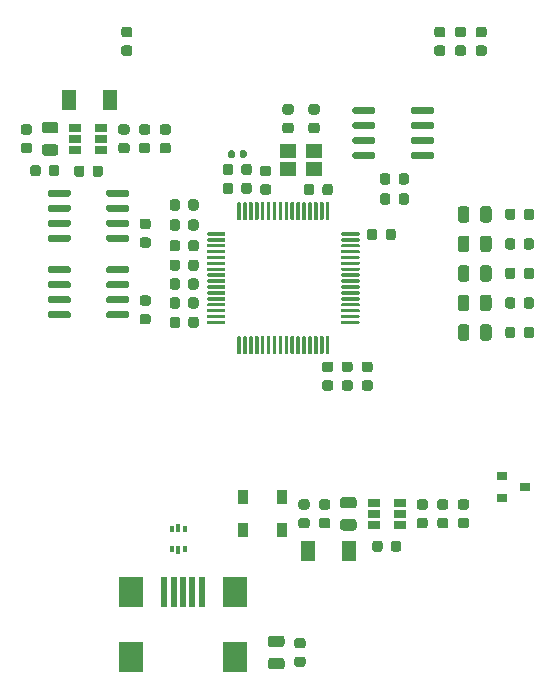
<source format=gbr>
%TF.GenerationSoftware,KiCad,Pcbnew,(5.1.6-0-10_14)*%
%TF.CreationDate,2021-02-05T00:28:22-08:00*%
%TF.ProjectId,version1,76657273-696f-46e3-912e-6b696361645f,rev?*%
%TF.SameCoordinates,Original*%
%TF.FileFunction,Paste,Top*%
%TF.FilePolarity,Positive*%
%FSLAX46Y46*%
G04 Gerber Fmt 4.6, Leading zero omitted, Abs format (unit mm)*
G04 Created by KiCad (PCBNEW (5.1.6-0-10_14)) date 2021-02-05 00:28:22*
%MOMM*%
%LPD*%
G01*
G04 APERTURE LIST*
%ADD10R,1.060000X0.650000*%
%ADD11R,0.900000X0.800000*%
%ADD12R,1.300000X1.700000*%
%ADD13R,1.400000X1.200000*%
%ADD14R,0.375000X0.500000*%
%ADD15R,0.300000X0.650000*%
%ADD16R,0.900000X1.200000*%
%ADD17R,0.500000X2.500000*%
%ADD18R,2.000000X2.500000*%
G04 APERTURE END LIST*
D10*
%TO.C,U7*%
X106400000Y-65500000D03*
X106400000Y-66450000D03*
X106400000Y-64550000D03*
X108600000Y-64550000D03*
X108600000Y-65500000D03*
X108600000Y-66450000D03*
%TD*%
%TO.C,U4*%
X131650000Y-97250000D03*
X131650000Y-98200000D03*
X131650000Y-96300000D03*
X133850000Y-96300000D03*
X133850000Y-97250000D03*
X133850000Y-98200000D03*
%TD*%
%TO.C,R22*%
G36*
G01*
X122243750Y-69362500D02*
X122756250Y-69362500D01*
G75*
G02*
X122975000Y-69581250I0J-218750D01*
G01*
X122975000Y-70018750D01*
G75*
G02*
X122756250Y-70237500I-218750J0D01*
G01*
X122243750Y-70237500D01*
G75*
G02*
X122025000Y-70018750I0J218750D01*
G01*
X122025000Y-69581250D01*
G75*
G02*
X122243750Y-69362500I218750J0D01*
G01*
G37*
G36*
G01*
X122243750Y-67787500D02*
X122756250Y-67787500D01*
G75*
G02*
X122975000Y-68006250I0J-218750D01*
G01*
X122975000Y-68443750D01*
G75*
G02*
X122756250Y-68662500I-218750J0D01*
G01*
X122243750Y-68662500D01*
G75*
G02*
X122025000Y-68443750I0J218750D01*
G01*
X122025000Y-68006250D01*
G75*
G02*
X122243750Y-67787500I218750J0D01*
G01*
G37*
%TD*%
%TO.C,R21*%
G36*
G01*
X115250000Y-72543750D02*
X115250000Y-73056250D01*
G75*
G02*
X115031250Y-73275000I-218750J0D01*
G01*
X114593750Y-73275000D01*
G75*
G02*
X114375000Y-73056250I0J218750D01*
G01*
X114375000Y-72543750D01*
G75*
G02*
X114593750Y-72325000I218750J0D01*
G01*
X115031250Y-72325000D01*
G75*
G02*
X115250000Y-72543750I0J-218750D01*
G01*
G37*
G36*
G01*
X116825000Y-72543750D02*
X116825000Y-73056250D01*
G75*
G02*
X116606250Y-73275000I-218750J0D01*
G01*
X116168750Y-73275000D01*
G75*
G02*
X115950000Y-73056250I0J218750D01*
G01*
X115950000Y-72543750D01*
G75*
G02*
X116168750Y-72325000I218750J0D01*
G01*
X116606250Y-72325000D01*
G75*
G02*
X116825000Y-72543750I0J-218750D01*
G01*
G37*
%TD*%
%TO.C,R20*%
G36*
G01*
X115250000Y-70843750D02*
X115250000Y-71356250D01*
G75*
G02*
X115031250Y-71575000I-218750J0D01*
G01*
X114593750Y-71575000D01*
G75*
G02*
X114375000Y-71356250I0J218750D01*
G01*
X114375000Y-70843750D01*
G75*
G02*
X114593750Y-70625000I218750J0D01*
G01*
X115031250Y-70625000D01*
G75*
G02*
X115250000Y-70843750I0J-218750D01*
G01*
G37*
G36*
G01*
X116825000Y-70843750D02*
X116825000Y-71356250D01*
G75*
G02*
X116606250Y-71575000I-218750J0D01*
G01*
X116168750Y-71575000D01*
G75*
G02*
X115950000Y-71356250I0J218750D01*
G01*
X115950000Y-70843750D01*
G75*
G02*
X116168750Y-70625000I218750J0D01*
G01*
X116606250Y-70625000D01*
G75*
G02*
X116825000Y-70843750I0J-218750D01*
G01*
G37*
%TD*%
%TO.C,R19*%
G36*
G01*
X115950000Y-76456250D02*
X115950000Y-75943750D01*
G75*
G02*
X116168750Y-75725000I218750J0D01*
G01*
X116606250Y-75725000D01*
G75*
G02*
X116825000Y-75943750I0J-218750D01*
G01*
X116825000Y-76456250D01*
G75*
G02*
X116606250Y-76675000I-218750J0D01*
G01*
X116168750Y-76675000D01*
G75*
G02*
X115950000Y-76456250I0J218750D01*
G01*
G37*
G36*
G01*
X114375000Y-76456250D02*
X114375000Y-75943750D01*
G75*
G02*
X114593750Y-75725000I218750J0D01*
G01*
X115031250Y-75725000D01*
G75*
G02*
X115250000Y-75943750I0J-218750D01*
G01*
X115250000Y-76456250D01*
G75*
G02*
X115031250Y-76675000I-218750J0D01*
G01*
X114593750Y-76675000D01*
G75*
G02*
X114375000Y-76456250I0J218750D01*
G01*
G37*
%TD*%
%TO.C,R18*%
G36*
G01*
X115250000Y-77543750D02*
X115250000Y-78056250D01*
G75*
G02*
X115031250Y-78275000I-218750J0D01*
G01*
X114593750Y-78275000D01*
G75*
G02*
X114375000Y-78056250I0J218750D01*
G01*
X114375000Y-77543750D01*
G75*
G02*
X114593750Y-77325000I218750J0D01*
G01*
X115031250Y-77325000D01*
G75*
G02*
X115250000Y-77543750I0J-218750D01*
G01*
G37*
G36*
G01*
X116825000Y-77543750D02*
X116825000Y-78056250D01*
G75*
G02*
X116606250Y-78275000I-218750J0D01*
G01*
X116168750Y-78275000D01*
G75*
G02*
X115950000Y-78056250I0J218750D01*
G01*
X115950000Y-77543750D01*
G75*
G02*
X116168750Y-77325000I218750J0D01*
G01*
X116606250Y-77325000D01*
G75*
G02*
X116825000Y-77543750I0J-218750D01*
G01*
G37*
%TD*%
%TO.C,R17*%
G36*
G01*
X113743750Y-65850000D02*
X114256250Y-65850000D01*
G75*
G02*
X114475000Y-66068750I0J-218750D01*
G01*
X114475000Y-66506250D01*
G75*
G02*
X114256250Y-66725000I-218750J0D01*
G01*
X113743750Y-66725000D01*
G75*
G02*
X113525000Y-66506250I0J218750D01*
G01*
X113525000Y-66068750D01*
G75*
G02*
X113743750Y-65850000I218750J0D01*
G01*
G37*
G36*
G01*
X113743750Y-64275000D02*
X114256250Y-64275000D01*
G75*
G02*
X114475000Y-64493750I0J-218750D01*
G01*
X114475000Y-64931250D01*
G75*
G02*
X114256250Y-65150000I-218750J0D01*
G01*
X113743750Y-65150000D01*
G75*
G02*
X113525000Y-64931250I0J218750D01*
G01*
X113525000Y-64493750D01*
G75*
G02*
X113743750Y-64275000I218750J0D01*
G01*
G37*
%TD*%
%TO.C,R16*%
G36*
G01*
X112506250Y-65150000D02*
X111993750Y-65150000D01*
G75*
G02*
X111775000Y-64931250I0J218750D01*
G01*
X111775000Y-64493750D01*
G75*
G02*
X111993750Y-64275000I218750J0D01*
G01*
X112506250Y-64275000D01*
G75*
G02*
X112725000Y-64493750I0J-218750D01*
G01*
X112725000Y-64931250D01*
G75*
G02*
X112506250Y-65150000I-218750J0D01*
G01*
G37*
G36*
G01*
X112506250Y-66725000D02*
X111993750Y-66725000D01*
G75*
G02*
X111775000Y-66506250I0J218750D01*
G01*
X111775000Y-66068750D01*
G75*
G02*
X111993750Y-65850000I218750J0D01*
G01*
X112506250Y-65850000D01*
G75*
G02*
X112725000Y-66068750I0J-218750D01*
G01*
X112725000Y-66506250D01*
G75*
G02*
X112506250Y-66725000I-218750J0D01*
G01*
G37*
%TD*%
%TO.C,R15*%
G36*
G01*
X140493750Y-57600000D02*
X141006250Y-57600000D01*
G75*
G02*
X141225000Y-57818750I0J-218750D01*
G01*
X141225000Y-58256250D01*
G75*
G02*
X141006250Y-58475000I-218750J0D01*
G01*
X140493750Y-58475000D01*
G75*
G02*
X140275000Y-58256250I0J218750D01*
G01*
X140275000Y-57818750D01*
G75*
G02*
X140493750Y-57600000I218750J0D01*
G01*
G37*
G36*
G01*
X140493750Y-56025000D02*
X141006250Y-56025000D01*
G75*
G02*
X141225000Y-56243750I0J-218750D01*
G01*
X141225000Y-56681250D01*
G75*
G02*
X141006250Y-56900000I-218750J0D01*
G01*
X140493750Y-56900000D01*
G75*
G02*
X140275000Y-56681250I0J218750D01*
G01*
X140275000Y-56243750D01*
G75*
G02*
X140493750Y-56025000I218750J0D01*
G01*
G37*
%TD*%
%TO.C,R13*%
G36*
G01*
X137506250Y-56900000D02*
X136993750Y-56900000D01*
G75*
G02*
X136775000Y-56681250I0J218750D01*
G01*
X136775000Y-56243750D01*
G75*
G02*
X136993750Y-56025000I218750J0D01*
G01*
X137506250Y-56025000D01*
G75*
G02*
X137725000Y-56243750I0J-218750D01*
G01*
X137725000Y-56681250D01*
G75*
G02*
X137506250Y-56900000I-218750J0D01*
G01*
G37*
G36*
G01*
X137506250Y-58475000D02*
X136993750Y-58475000D01*
G75*
G02*
X136775000Y-58256250I0J218750D01*
G01*
X136775000Y-57818750D01*
G75*
G02*
X136993750Y-57600000I218750J0D01*
G01*
X137506250Y-57600000D01*
G75*
G02*
X137725000Y-57818750I0J-218750D01*
G01*
X137725000Y-58256250D01*
G75*
G02*
X137506250Y-58475000I-218750J0D01*
G01*
G37*
%TD*%
%TO.C,R11*%
G36*
G01*
X133062500Y-70343750D02*
X133062500Y-70856250D01*
G75*
G02*
X132843750Y-71075000I-218750J0D01*
G01*
X132406250Y-71075000D01*
G75*
G02*
X132187500Y-70856250I0J218750D01*
G01*
X132187500Y-70343750D01*
G75*
G02*
X132406250Y-70125000I218750J0D01*
G01*
X132843750Y-70125000D01*
G75*
G02*
X133062500Y-70343750I0J-218750D01*
G01*
G37*
G36*
G01*
X134637500Y-70343750D02*
X134637500Y-70856250D01*
G75*
G02*
X134418750Y-71075000I-218750J0D01*
G01*
X133981250Y-71075000D01*
G75*
G02*
X133762500Y-70856250I0J218750D01*
G01*
X133762500Y-70343750D01*
G75*
G02*
X133981250Y-70125000I218750J0D01*
G01*
X134418750Y-70125000D01*
G75*
G02*
X134637500Y-70343750I0J-218750D01*
G01*
G37*
%TD*%
%TO.C,R10*%
G36*
G01*
X133750000Y-69156250D02*
X133750000Y-68643750D01*
G75*
G02*
X133968750Y-68425000I218750J0D01*
G01*
X134406250Y-68425000D01*
G75*
G02*
X134625000Y-68643750I0J-218750D01*
G01*
X134625000Y-69156250D01*
G75*
G02*
X134406250Y-69375000I-218750J0D01*
G01*
X133968750Y-69375000D01*
G75*
G02*
X133750000Y-69156250I0J218750D01*
G01*
G37*
G36*
G01*
X132175000Y-69156250D02*
X132175000Y-68643750D01*
G75*
G02*
X132393750Y-68425000I218750J0D01*
G01*
X132831250Y-68425000D01*
G75*
G02*
X133050000Y-68643750I0J-218750D01*
G01*
X133050000Y-69156250D01*
G75*
G02*
X132831250Y-69375000I-218750J0D01*
G01*
X132393750Y-69375000D01*
G75*
G02*
X132175000Y-69156250I0J218750D01*
G01*
G37*
%TD*%
%TO.C,R9*%
G36*
G01*
X125656250Y-108650000D02*
X125143750Y-108650000D01*
G75*
G02*
X124925000Y-108431250I0J218750D01*
G01*
X124925000Y-107993750D01*
G75*
G02*
X125143750Y-107775000I218750J0D01*
G01*
X125656250Y-107775000D01*
G75*
G02*
X125875000Y-107993750I0J-218750D01*
G01*
X125875000Y-108431250D01*
G75*
G02*
X125656250Y-108650000I-218750J0D01*
G01*
G37*
G36*
G01*
X125656250Y-110225000D02*
X125143750Y-110225000D01*
G75*
G02*
X124925000Y-110006250I0J218750D01*
G01*
X124925000Y-109568750D01*
G75*
G02*
X125143750Y-109350000I218750J0D01*
G01*
X125656250Y-109350000D01*
G75*
G02*
X125875000Y-109568750I0J-218750D01*
G01*
X125875000Y-110006250D01*
G75*
G02*
X125656250Y-110225000I-218750J0D01*
G01*
G37*
%TD*%
%TO.C,R8*%
G36*
G01*
X143650000Y-81643750D02*
X143650000Y-82156250D01*
G75*
G02*
X143431250Y-82375000I-218750J0D01*
G01*
X142993750Y-82375000D01*
G75*
G02*
X142775000Y-82156250I0J218750D01*
G01*
X142775000Y-81643750D01*
G75*
G02*
X142993750Y-81425000I218750J0D01*
G01*
X143431250Y-81425000D01*
G75*
G02*
X143650000Y-81643750I0J-218750D01*
G01*
G37*
G36*
G01*
X145225000Y-81643750D02*
X145225000Y-82156250D01*
G75*
G02*
X145006250Y-82375000I-218750J0D01*
G01*
X144568750Y-82375000D01*
G75*
G02*
X144350000Y-82156250I0J218750D01*
G01*
X144350000Y-81643750D01*
G75*
G02*
X144568750Y-81425000I218750J0D01*
G01*
X145006250Y-81425000D01*
G75*
G02*
X145225000Y-81643750I0J-218750D01*
G01*
G37*
%TD*%
%TO.C,R7*%
G36*
G01*
X143650000Y-79143750D02*
X143650000Y-79656250D01*
G75*
G02*
X143431250Y-79875000I-218750J0D01*
G01*
X142993750Y-79875000D01*
G75*
G02*
X142775000Y-79656250I0J218750D01*
G01*
X142775000Y-79143750D01*
G75*
G02*
X142993750Y-78925000I218750J0D01*
G01*
X143431250Y-78925000D01*
G75*
G02*
X143650000Y-79143750I0J-218750D01*
G01*
G37*
G36*
G01*
X145225000Y-79143750D02*
X145225000Y-79656250D01*
G75*
G02*
X145006250Y-79875000I-218750J0D01*
G01*
X144568750Y-79875000D01*
G75*
G02*
X144350000Y-79656250I0J218750D01*
G01*
X144350000Y-79143750D01*
G75*
G02*
X144568750Y-78925000I218750J0D01*
G01*
X145006250Y-78925000D01*
G75*
G02*
X145225000Y-79143750I0J-218750D01*
G01*
G37*
%TD*%
%TO.C,R6*%
G36*
G01*
X143650000Y-76643750D02*
X143650000Y-77156250D01*
G75*
G02*
X143431250Y-77375000I-218750J0D01*
G01*
X142993750Y-77375000D01*
G75*
G02*
X142775000Y-77156250I0J218750D01*
G01*
X142775000Y-76643750D01*
G75*
G02*
X142993750Y-76425000I218750J0D01*
G01*
X143431250Y-76425000D01*
G75*
G02*
X143650000Y-76643750I0J-218750D01*
G01*
G37*
G36*
G01*
X145225000Y-76643750D02*
X145225000Y-77156250D01*
G75*
G02*
X145006250Y-77375000I-218750J0D01*
G01*
X144568750Y-77375000D01*
G75*
G02*
X144350000Y-77156250I0J218750D01*
G01*
X144350000Y-76643750D01*
G75*
G02*
X144568750Y-76425000I218750J0D01*
G01*
X145006250Y-76425000D01*
G75*
G02*
X145225000Y-76643750I0J-218750D01*
G01*
G37*
%TD*%
%TO.C,R5*%
G36*
G01*
X143650000Y-74143750D02*
X143650000Y-74656250D01*
G75*
G02*
X143431250Y-74875000I-218750J0D01*
G01*
X142993750Y-74875000D01*
G75*
G02*
X142775000Y-74656250I0J218750D01*
G01*
X142775000Y-74143750D01*
G75*
G02*
X142993750Y-73925000I218750J0D01*
G01*
X143431250Y-73925000D01*
G75*
G02*
X143650000Y-74143750I0J-218750D01*
G01*
G37*
G36*
G01*
X145225000Y-74143750D02*
X145225000Y-74656250D01*
G75*
G02*
X145006250Y-74875000I-218750J0D01*
G01*
X144568750Y-74875000D01*
G75*
G02*
X144350000Y-74656250I0J218750D01*
G01*
X144350000Y-74143750D01*
G75*
G02*
X144568750Y-73925000I218750J0D01*
G01*
X145006250Y-73925000D01*
G75*
G02*
X145225000Y-74143750I0J-218750D01*
G01*
G37*
%TD*%
%TO.C,R4*%
G36*
G01*
X143650000Y-71643750D02*
X143650000Y-72156250D01*
G75*
G02*
X143431250Y-72375000I-218750J0D01*
G01*
X142993750Y-72375000D01*
G75*
G02*
X142775000Y-72156250I0J218750D01*
G01*
X142775000Y-71643750D01*
G75*
G02*
X142993750Y-71425000I218750J0D01*
G01*
X143431250Y-71425000D01*
G75*
G02*
X143650000Y-71643750I0J-218750D01*
G01*
G37*
G36*
G01*
X145225000Y-71643750D02*
X145225000Y-72156250D01*
G75*
G02*
X145006250Y-72375000I-218750J0D01*
G01*
X144568750Y-72375000D01*
G75*
G02*
X144350000Y-72156250I0J218750D01*
G01*
X144350000Y-71643750D01*
G75*
G02*
X144568750Y-71425000I218750J0D01*
G01*
X145006250Y-71425000D01*
G75*
G02*
X145225000Y-71643750I0J-218750D01*
G01*
G37*
%TD*%
%TO.C,R3*%
G36*
G01*
X138993750Y-97600000D02*
X139506250Y-97600000D01*
G75*
G02*
X139725000Y-97818750I0J-218750D01*
G01*
X139725000Y-98256250D01*
G75*
G02*
X139506250Y-98475000I-218750J0D01*
G01*
X138993750Y-98475000D01*
G75*
G02*
X138775000Y-98256250I0J218750D01*
G01*
X138775000Y-97818750D01*
G75*
G02*
X138993750Y-97600000I218750J0D01*
G01*
G37*
G36*
G01*
X138993750Y-96025000D02*
X139506250Y-96025000D01*
G75*
G02*
X139725000Y-96243750I0J-218750D01*
G01*
X139725000Y-96681250D01*
G75*
G02*
X139506250Y-96900000I-218750J0D01*
G01*
X138993750Y-96900000D01*
G75*
G02*
X138775000Y-96681250I0J218750D01*
G01*
X138775000Y-96243750D01*
G75*
G02*
X138993750Y-96025000I218750J0D01*
G01*
G37*
%TD*%
%TO.C,R2*%
G36*
G01*
X137756250Y-96900000D02*
X137243750Y-96900000D01*
G75*
G02*
X137025000Y-96681250I0J218750D01*
G01*
X137025000Y-96243750D01*
G75*
G02*
X137243750Y-96025000I218750J0D01*
G01*
X137756250Y-96025000D01*
G75*
G02*
X137975000Y-96243750I0J-218750D01*
G01*
X137975000Y-96681250D01*
G75*
G02*
X137756250Y-96900000I-218750J0D01*
G01*
G37*
G36*
G01*
X137756250Y-98475000D02*
X137243750Y-98475000D01*
G75*
G02*
X137025000Y-98256250I0J218750D01*
G01*
X137025000Y-97818750D01*
G75*
G02*
X137243750Y-97600000I218750J0D01*
G01*
X137756250Y-97600000D01*
G75*
G02*
X137975000Y-97818750I0J-218750D01*
G01*
X137975000Y-98256250D01*
G75*
G02*
X137756250Y-98475000I-218750J0D01*
G01*
G37*
%TD*%
%TO.C,R1*%
G36*
G01*
X111006250Y-56900000D02*
X110493750Y-56900000D01*
G75*
G02*
X110275000Y-56681250I0J218750D01*
G01*
X110275000Y-56243750D01*
G75*
G02*
X110493750Y-56025000I218750J0D01*
G01*
X111006250Y-56025000D01*
G75*
G02*
X111225000Y-56243750I0J-218750D01*
G01*
X111225000Y-56681250D01*
G75*
G02*
X111006250Y-56900000I-218750J0D01*
G01*
G37*
G36*
G01*
X111006250Y-58475000D02*
X110493750Y-58475000D01*
G75*
G02*
X110275000Y-58256250I0J218750D01*
G01*
X110275000Y-57818750D01*
G75*
G02*
X110493750Y-57600000I218750J0D01*
G01*
X111006250Y-57600000D01*
G75*
G02*
X111225000Y-57818750I0J-218750D01*
G01*
X111225000Y-58256250D01*
G75*
G02*
X111006250Y-58475000I-218750J0D01*
G01*
G37*
%TD*%
D11*
%TO.C,Q1*%
X144500000Y-95000000D03*
X142500000Y-95950000D03*
X142500000Y-94050000D03*
%TD*%
%TO.C,L3*%
G36*
G01*
X104706250Y-65050000D02*
X103793750Y-65050000D01*
G75*
G02*
X103550000Y-64806250I0J243750D01*
G01*
X103550000Y-64318750D01*
G75*
G02*
X103793750Y-64075000I243750J0D01*
G01*
X104706250Y-64075000D01*
G75*
G02*
X104950000Y-64318750I0J-243750D01*
G01*
X104950000Y-64806250D01*
G75*
G02*
X104706250Y-65050000I-243750J0D01*
G01*
G37*
G36*
G01*
X104706250Y-66925000D02*
X103793750Y-66925000D01*
G75*
G02*
X103550000Y-66681250I0J243750D01*
G01*
X103550000Y-66193750D01*
G75*
G02*
X103793750Y-65950000I243750J0D01*
G01*
X104706250Y-65950000D01*
G75*
G02*
X104950000Y-66193750I0J-243750D01*
G01*
X104950000Y-66681250D01*
G75*
G02*
X104706250Y-66925000I-243750J0D01*
G01*
G37*
%TD*%
%TO.C,L2*%
G36*
G01*
X129956250Y-96800000D02*
X129043750Y-96800000D01*
G75*
G02*
X128800000Y-96556250I0J243750D01*
G01*
X128800000Y-96068750D01*
G75*
G02*
X129043750Y-95825000I243750J0D01*
G01*
X129956250Y-95825000D01*
G75*
G02*
X130200000Y-96068750I0J-243750D01*
G01*
X130200000Y-96556250D01*
G75*
G02*
X129956250Y-96800000I-243750J0D01*
G01*
G37*
G36*
G01*
X129956250Y-98675000D02*
X129043750Y-98675000D01*
G75*
G02*
X128800000Y-98431250I0J243750D01*
G01*
X128800000Y-97943750D01*
G75*
G02*
X129043750Y-97700000I243750J0D01*
G01*
X129956250Y-97700000D01*
G75*
G02*
X130200000Y-97943750I0J-243750D01*
G01*
X130200000Y-98431250D01*
G75*
G02*
X129956250Y-98675000I-243750J0D01*
G01*
G37*
%TD*%
D12*
%TO.C,D10*%
X109350000Y-62200000D03*
X105850000Y-62200000D03*
%TD*%
%TO.C,D9*%
G36*
G01*
X123856250Y-108550000D02*
X122943750Y-108550000D01*
G75*
G02*
X122700000Y-108306250I0J243750D01*
G01*
X122700000Y-107818750D01*
G75*
G02*
X122943750Y-107575000I243750J0D01*
G01*
X123856250Y-107575000D01*
G75*
G02*
X124100000Y-107818750I0J-243750D01*
G01*
X124100000Y-108306250D01*
G75*
G02*
X123856250Y-108550000I-243750J0D01*
G01*
G37*
G36*
G01*
X123856250Y-110425000D02*
X122943750Y-110425000D01*
G75*
G02*
X122700000Y-110181250I0J243750D01*
G01*
X122700000Y-109693750D01*
G75*
G02*
X122943750Y-109450000I243750J0D01*
G01*
X123856250Y-109450000D01*
G75*
G02*
X124100000Y-109693750I0J-243750D01*
G01*
X124100000Y-110181250D01*
G75*
G02*
X123856250Y-110425000I-243750J0D01*
G01*
G37*
%TD*%
%TO.C,D8*%
G36*
G01*
X139750000Y-81443750D02*
X139750000Y-82356250D01*
G75*
G02*
X139506250Y-82600000I-243750J0D01*
G01*
X139018750Y-82600000D01*
G75*
G02*
X138775000Y-82356250I0J243750D01*
G01*
X138775000Y-81443750D01*
G75*
G02*
X139018750Y-81200000I243750J0D01*
G01*
X139506250Y-81200000D01*
G75*
G02*
X139750000Y-81443750I0J-243750D01*
G01*
G37*
G36*
G01*
X141625000Y-81443750D02*
X141625000Y-82356250D01*
G75*
G02*
X141381250Y-82600000I-243750J0D01*
G01*
X140893750Y-82600000D01*
G75*
G02*
X140650000Y-82356250I0J243750D01*
G01*
X140650000Y-81443750D01*
G75*
G02*
X140893750Y-81200000I243750J0D01*
G01*
X141381250Y-81200000D01*
G75*
G02*
X141625000Y-81443750I0J-243750D01*
G01*
G37*
%TD*%
%TO.C,D7*%
G36*
G01*
X139750000Y-78943750D02*
X139750000Y-79856250D01*
G75*
G02*
X139506250Y-80100000I-243750J0D01*
G01*
X139018750Y-80100000D01*
G75*
G02*
X138775000Y-79856250I0J243750D01*
G01*
X138775000Y-78943750D01*
G75*
G02*
X139018750Y-78700000I243750J0D01*
G01*
X139506250Y-78700000D01*
G75*
G02*
X139750000Y-78943750I0J-243750D01*
G01*
G37*
G36*
G01*
X141625000Y-78943750D02*
X141625000Y-79856250D01*
G75*
G02*
X141381250Y-80100000I-243750J0D01*
G01*
X140893750Y-80100000D01*
G75*
G02*
X140650000Y-79856250I0J243750D01*
G01*
X140650000Y-78943750D01*
G75*
G02*
X140893750Y-78700000I243750J0D01*
G01*
X141381250Y-78700000D01*
G75*
G02*
X141625000Y-78943750I0J-243750D01*
G01*
G37*
%TD*%
%TO.C,D6*%
G36*
G01*
X139750000Y-76443750D02*
X139750000Y-77356250D01*
G75*
G02*
X139506250Y-77600000I-243750J0D01*
G01*
X139018750Y-77600000D01*
G75*
G02*
X138775000Y-77356250I0J243750D01*
G01*
X138775000Y-76443750D01*
G75*
G02*
X139018750Y-76200000I243750J0D01*
G01*
X139506250Y-76200000D01*
G75*
G02*
X139750000Y-76443750I0J-243750D01*
G01*
G37*
G36*
G01*
X141625000Y-76443750D02*
X141625000Y-77356250D01*
G75*
G02*
X141381250Y-77600000I-243750J0D01*
G01*
X140893750Y-77600000D01*
G75*
G02*
X140650000Y-77356250I0J243750D01*
G01*
X140650000Y-76443750D01*
G75*
G02*
X140893750Y-76200000I243750J0D01*
G01*
X141381250Y-76200000D01*
G75*
G02*
X141625000Y-76443750I0J-243750D01*
G01*
G37*
%TD*%
%TO.C,D5*%
G36*
G01*
X139750000Y-73943750D02*
X139750000Y-74856250D01*
G75*
G02*
X139506250Y-75100000I-243750J0D01*
G01*
X139018750Y-75100000D01*
G75*
G02*
X138775000Y-74856250I0J243750D01*
G01*
X138775000Y-73943750D01*
G75*
G02*
X139018750Y-73700000I243750J0D01*
G01*
X139506250Y-73700000D01*
G75*
G02*
X139750000Y-73943750I0J-243750D01*
G01*
G37*
G36*
G01*
X141625000Y-73943750D02*
X141625000Y-74856250D01*
G75*
G02*
X141381250Y-75100000I-243750J0D01*
G01*
X140893750Y-75100000D01*
G75*
G02*
X140650000Y-74856250I0J243750D01*
G01*
X140650000Y-73943750D01*
G75*
G02*
X140893750Y-73700000I243750J0D01*
G01*
X141381250Y-73700000D01*
G75*
G02*
X141625000Y-73943750I0J-243750D01*
G01*
G37*
%TD*%
%TO.C,D4*%
G36*
G01*
X139750000Y-71443750D02*
X139750000Y-72356250D01*
G75*
G02*
X139506250Y-72600000I-243750J0D01*
G01*
X139018750Y-72600000D01*
G75*
G02*
X138775000Y-72356250I0J243750D01*
G01*
X138775000Y-71443750D01*
G75*
G02*
X139018750Y-71200000I243750J0D01*
G01*
X139506250Y-71200000D01*
G75*
G02*
X139750000Y-71443750I0J-243750D01*
G01*
G37*
G36*
G01*
X141625000Y-71443750D02*
X141625000Y-72356250D01*
G75*
G02*
X141381250Y-72600000I-243750J0D01*
G01*
X140893750Y-72600000D01*
G75*
G02*
X140650000Y-72356250I0J243750D01*
G01*
X140650000Y-71443750D01*
G75*
G02*
X140893750Y-71200000I243750J0D01*
G01*
X141381250Y-71200000D01*
G75*
G02*
X141625000Y-71443750I0J-243750D01*
G01*
G37*
%TD*%
%TO.C,D3*%
X126050000Y-100400000D03*
X129550000Y-100400000D03*
%TD*%
%TO.C,C24*%
G36*
G01*
X104150000Y-68456250D02*
X104150000Y-67943750D01*
G75*
G02*
X104368750Y-67725000I218750J0D01*
G01*
X104806250Y-67725000D01*
G75*
G02*
X105025000Y-67943750I0J-218750D01*
G01*
X105025000Y-68456250D01*
G75*
G02*
X104806250Y-68675000I-218750J0D01*
G01*
X104368750Y-68675000D01*
G75*
G02*
X104150000Y-68456250I0J218750D01*
G01*
G37*
G36*
G01*
X102575000Y-68456250D02*
X102575000Y-67943750D01*
G75*
G02*
X102793750Y-67725000I218750J0D01*
G01*
X103231250Y-67725000D01*
G75*
G02*
X103450000Y-67943750I0J-218750D01*
G01*
X103450000Y-68456250D01*
G75*
G02*
X103231250Y-68675000I-218750J0D01*
G01*
X102793750Y-68675000D01*
G75*
G02*
X102575000Y-68456250I0J218750D01*
G01*
G37*
%TD*%
%TO.C,C23*%
G36*
G01*
X125493750Y-97600000D02*
X126006250Y-97600000D01*
G75*
G02*
X126225000Y-97818750I0J-218750D01*
G01*
X126225000Y-98256250D01*
G75*
G02*
X126006250Y-98475000I-218750J0D01*
G01*
X125493750Y-98475000D01*
G75*
G02*
X125275000Y-98256250I0J218750D01*
G01*
X125275000Y-97818750D01*
G75*
G02*
X125493750Y-97600000I218750J0D01*
G01*
G37*
G36*
G01*
X125493750Y-96025000D02*
X126006250Y-96025000D01*
G75*
G02*
X126225000Y-96243750I0J-218750D01*
G01*
X126225000Y-96681250D01*
G75*
G02*
X126006250Y-96900000I-218750J0D01*
G01*
X125493750Y-96900000D01*
G75*
G02*
X125275000Y-96681250I0J218750D01*
G01*
X125275000Y-96243750D01*
G75*
G02*
X125493750Y-96025000I218750J0D01*
G01*
G37*
%TD*%
%TO.C,C22*%
G36*
G01*
X101993750Y-65850000D02*
X102506250Y-65850000D01*
G75*
G02*
X102725000Y-66068750I0J-218750D01*
G01*
X102725000Y-66506250D01*
G75*
G02*
X102506250Y-66725000I-218750J0D01*
G01*
X101993750Y-66725000D01*
G75*
G02*
X101775000Y-66506250I0J218750D01*
G01*
X101775000Y-66068750D01*
G75*
G02*
X101993750Y-65850000I218750J0D01*
G01*
G37*
G36*
G01*
X101993750Y-64275000D02*
X102506250Y-64275000D01*
G75*
G02*
X102725000Y-64493750I0J-218750D01*
G01*
X102725000Y-64931250D01*
G75*
G02*
X102506250Y-65150000I-218750J0D01*
G01*
X101993750Y-65150000D01*
G75*
G02*
X101775000Y-64931250I0J218750D01*
G01*
X101775000Y-64493750D01*
G75*
G02*
X101993750Y-64275000I218750J0D01*
G01*
G37*
%TD*%
%TO.C,C21*%
G36*
G01*
X107150000Y-67993750D02*
X107150000Y-68506250D01*
G75*
G02*
X106931250Y-68725000I-218750J0D01*
G01*
X106493750Y-68725000D01*
G75*
G02*
X106275000Y-68506250I0J218750D01*
G01*
X106275000Y-67993750D01*
G75*
G02*
X106493750Y-67775000I218750J0D01*
G01*
X106931250Y-67775000D01*
G75*
G02*
X107150000Y-67993750I0J-218750D01*
G01*
G37*
G36*
G01*
X108725000Y-67993750D02*
X108725000Y-68506250D01*
G75*
G02*
X108506250Y-68725000I-218750J0D01*
G01*
X108068750Y-68725000D01*
G75*
G02*
X107850000Y-68506250I0J218750D01*
G01*
X107850000Y-67993750D01*
G75*
G02*
X108068750Y-67775000I218750J0D01*
G01*
X108506250Y-67775000D01*
G75*
G02*
X108725000Y-67993750I0J-218750D01*
G01*
G37*
%TD*%
%TO.C,C20*%
G36*
G01*
X110243750Y-65850000D02*
X110756250Y-65850000D01*
G75*
G02*
X110975000Y-66068750I0J-218750D01*
G01*
X110975000Y-66506250D01*
G75*
G02*
X110756250Y-66725000I-218750J0D01*
G01*
X110243750Y-66725000D01*
G75*
G02*
X110025000Y-66506250I0J218750D01*
G01*
X110025000Y-66068750D01*
G75*
G02*
X110243750Y-65850000I218750J0D01*
G01*
G37*
G36*
G01*
X110243750Y-64275000D02*
X110756250Y-64275000D01*
G75*
G02*
X110975000Y-64493750I0J-218750D01*
G01*
X110975000Y-64931250D01*
G75*
G02*
X110756250Y-65150000I-218750J0D01*
G01*
X110243750Y-65150000D01*
G75*
G02*
X110025000Y-64931250I0J218750D01*
G01*
X110025000Y-64493750D01*
G75*
G02*
X110243750Y-64275000I218750J0D01*
G01*
G37*
%TD*%
%TO.C,C19*%
G36*
G01*
X135493750Y-97600000D02*
X136006250Y-97600000D01*
G75*
G02*
X136225000Y-97818750I0J-218750D01*
G01*
X136225000Y-98256250D01*
G75*
G02*
X136006250Y-98475000I-218750J0D01*
G01*
X135493750Y-98475000D01*
G75*
G02*
X135275000Y-98256250I0J218750D01*
G01*
X135275000Y-97818750D01*
G75*
G02*
X135493750Y-97600000I218750J0D01*
G01*
G37*
G36*
G01*
X135493750Y-96025000D02*
X136006250Y-96025000D01*
G75*
G02*
X136225000Y-96243750I0J-218750D01*
G01*
X136225000Y-96681250D01*
G75*
G02*
X136006250Y-96900000I-218750J0D01*
G01*
X135493750Y-96900000D01*
G75*
G02*
X135275000Y-96681250I0J218750D01*
G01*
X135275000Y-96243750D01*
G75*
G02*
X135493750Y-96025000I218750J0D01*
G01*
G37*
%TD*%
%TO.C,C18*%
G36*
G01*
X139256250Y-56900000D02*
X138743750Y-56900000D01*
G75*
G02*
X138525000Y-56681250I0J218750D01*
G01*
X138525000Y-56243750D01*
G75*
G02*
X138743750Y-56025000I218750J0D01*
G01*
X139256250Y-56025000D01*
G75*
G02*
X139475000Y-56243750I0J-218750D01*
G01*
X139475000Y-56681250D01*
G75*
G02*
X139256250Y-56900000I-218750J0D01*
G01*
G37*
G36*
G01*
X139256250Y-58475000D02*
X138743750Y-58475000D01*
G75*
G02*
X138525000Y-58256250I0J218750D01*
G01*
X138525000Y-57818750D01*
G75*
G02*
X138743750Y-57600000I218750J0D01*
G01*
X139256250Y-57600000D01*
G75*
G02*
X139475000Y-57818750I0J-218750D01*
G01*
X139475000Y-58256250D01*
G75*
G02*
X139256250Y-58475000I-218750J0D01*
G01*
G37*
%TD*%
%TO.C,C16*%
G36*
G01*
X127243750Y-97600000D02*
X127756250Y-97600000D01*
G75*
G02*
X127975000Y-97818750I0J-218750D01*
G01*
X127975000Y-98256250D01*
G75*
G02*
X127756250Y-98475000I-218750J0D01*
G01*
X127243750Y-98475000D01*
G75*
G02*
X127025000Y-98256250I0J218750D01*
G01*
X127025000Y-97818750D01*
G75*
G02*
X127243750Y-97600000I218750J0D01*
G01*
G37*
G36*
G01*
X127243750Y-96025000D02*
X127756250Y-96025000D01*
G75*
G02*
X127975000Y-96243750I0J-218750D01*
G01*
X127975000Y-96681250D01*
G75*
G02*
X127756250Y-96900000I-218750J0D01*
G01*
X127243750Y-96900000D01*
G75*
G02*
X127025000Y-96681250I0J218750D01*
G01*
X127025000Y-96243750D01*
G75*
G02*
X127243750Y-96025000I218750J0D01*
G01*
G37*
%TD*%
%TO.C,C15*%
G36*
G01*
X132400000Y-99743750D02*
X132400000Y-100256250D01*
G75*
G02*
X132181250Y-100475000I-218750J0D01*
G01*
X131743750Y-100475000D01*
G75*
G02*
X131525000Y-100256250I0J218750D01*
G01*
X131525000Y-99743750D01*
G75*
G02*
X131743750Y-99525000I218750J0D01*
G01*
X132181250Y-99525000D01*
G75*
G02*
X132400000Y-99743750I0J-218750D01*
G01*
G37*
G36*
G01*
X133975000Y-99743750D02*
X133975000Y-100256250D01*
G75*
G02*
X133756250Y-100475000I-218750J0D01*
G01*
X133318750Y-100475000D01*
G75*
G02*
X133100000Y-100256250I0J218750D01*
G01*
X133100000Y-99743750D01*
G75*
G02*
X133318750Y-99525000I218750J0D01*
G01*
X133756250Y-99525000D01*
G75*
G02*
X133975000Y-99743750I0J-218750D01*
G01*
G37*
%TD*%
%TO.C,C14*%
G36*
G01*
X119750000Y-67843750D02*
X119750000Y-68356250D01*
G75*
G02*
X119531250Y-68575000I-218750J0D01*
G01*
X119093750Y-68575000D01*
G75*
G02*
X118875000Y-68356250I0J218750D01*
G01*
X118875000Y-67843750D01*
G75*
G02*
X119093750Y-67625000I218750J0D01*
G01*
X119531250Y-67625000D01*
G75*
G02*
X119750000Y-67843750I0J-218750D01*
G01*
G37*
G36*
G01*
X121325000Y-67843750D02*
X121325000Y-68356250D01*
G75*
G02*
X121106250Y-68575000I-218750J0D01*
G01*
X120668750Y-68575000D01*
G75*
G02*
X120450000Y-68356250I0J218750D01*
G01*
X120450000Y-67843750D01*
G75*
G02*
X120668750Y-67625000I218750J0D01*
G01*
X121106250Y-67625000D01*
G75*
G02*
X121325000Y-67843750I0J-218750D01*
G01*
G37*
%TD*%
%TO.C,C13*%
G36*
G01*
X126612500Y-69543750D02*
X126612500Y-70056250D01*
G75*
G02*
X126393750Y-70275000I-218750J0D01*
G01*
X125956250Y-70275000D01*
G75*
G02*
X125737500Y-70056250I0J218750D01*
G01*
X125737500Y-69543750D01*
G75*
G02*
X125956250Y-69325000I218750J0D01*
G01*
X126393750Y-69325000D01*
G75*
G02*
X126612500Y-69543750I0J-218750D01*
G01*
G37*
G36*
G01*
X128187500Y-69543750D02*
X128187500Y-70056250D01*
G75*
G02*
X127968750Y-70275000I-218750J0D01*
G01*
X127531250Y-70275000D01*
G75*
G02*
X127312500Y-70056250I0J218750D01*
G01*
X127312500Y-69543750D01*
G75*
G02*
X127531250Y-69325000I218750J0D01*
G01*
X127968750Y-69325000D01*
G75*
G02*
X128187500Y-69543750I0J-218750D01*
G01*
G37*
%TD*%
%TO.C,C12*%
G36*
G01*
X127493750Y-85950000D02*
X128006250Y-85950000D01*
G75*
G02*
X128225000Y-86168750I0J-218750D01*
G01*
X128225000Y-86606250D01*
G75*
G02*
X128006250Y-86825000I-218750J0D01*
G01*
X127493750Y-86825000D01*
G75*
G02*
X127275000Y-86606250I0J218750D01*
G01*
X127275000Y-86168750D01*
G75*
G02*
X127493750Y-85950000I218750J0D01*
G01*
G37*
G36*
G01*
X127493750Y-84375000D02*
X128006250Y-84375000D01*
G75*
G02*
X128225000Y-84593750I0J-218750D01*
G01*
X128225000Y-85031250D01*
G75*
G02*
X128006250Y-85250000I-218750J0D01*
G01*
X127493750Y-85250000D01*
G75*
G02*
X127275000Y-85031250I0J218750D01*
G01*
X127275000Y-84593750D01*
G75*
G02*
X127493750Y-84375000I218750J0D01*
G01*
G37*
%TD*%
%TO.C,C11*%
G36*
G01*
X124656250Y-63450000D02*
X124143750Y-63450000D01*
G75*
G02*
X123925000Y-63231250I0J218750D01*
G01*
X123925000Y-62793750D01*
G75*
G02*
X124143750Y-62575000I218750J0D01*
G01*
X124656250Y-62575000D01*
G75*
G02*
X124875000Y-62793750I0J-218750D01*
G01*
X124875000Y-63231250D01*
G75*
G02*
X124656250Y-63450000I-218750J0D01*
G01*
G37*
G36*
G01*
X124656250Y-65025000D02*
X124143750Y-65025000D01*
G75*
G02*
X123925000Y-64806250I0J218750D01*
G01*
X123925000Y-64368750D01*
G75*
G02*
X124143750Y-64150000I218750J0D01*
G01*
X124656250Y-64150000D01*
G75*
G02*
X124875000Y-64368750I0J-218750D01*
G01*
X124875000Y-64806250D01*
G75*
G02*
X124656250Y-65025000I-218750J0D01*
G01*
G37*
%TD*%
%TO.C,C10*%
G36*
G01*
X119750000Y-69443750D02*
X119750000Y-69956250D01*
G75*
G02*
X119531250Y-70175000I-218750J0D01*
G01*
X119093750Y-70175000D01*
G75*
G02*
X118875000Y-69956250I0J218750D01*
G01*
X118875000Y-69443750D01*
G75*
G02*
X119093750Y-69225000I218750J0D01*
G01*
X119531250Y-69225000D01*
G75*
G02*
X119750000Y-69443750I0J-218750D01*
G01*
G37*
G36*
G01*
X121325000Y-69443750D02*
X121325000Y-69956250D01*
G75*
G02*
X121106250Y-70175000I-218750J0D01*
G01*
X120668750Y-70175000D01*
G75*
G02*
X120450000Y-69956250I0J218750D01*
G01*
X120450000Y-69443750D01*
G75*
G02*
X120668750Y-69225000I218750J0D01*
G01*
X121106250Y-69225000D01*
G75*
G02*
X121325000Y-69443750I0J-218750D01*
G01*
G37*
%TD*%
%TO.C,C9*%
G36*
G01*
X115250000Y-74293750D02*
X115250000Y-74806250D01*
G75*
G02*
X115031250Y-75025000I-218750J0D01*
G01*
X114593750Y-75025000D01*
G75*
G02*
X114375000Y-74806250I0J218750D01*
G01*
X114375000Y-74293750D01*
G75*
G02*
X114593750Y-74075000I218750J0D01*
G01*
X115031250Y-74075000D01*
G75*
G02*
X115250000Y-74293750I0J-218750D01*
G01*
G37*
G36*
G01*
X116825000Y-74293750D02*
X116825000Y-74806250D01*
G75*
G02*
X116606250Y-75025000I-218750J0D01*
G01*
X116168750Y-75025000D01*
G75*
G02*
X115950000Y-74806250I0J218750D01*
G01*
X115950000Y-74293750D01*
G75*
G02*
X116168750Y-74075000I218750J0D01*
G01*
X116606250Y-74075000D01*
G75*
G02*
X116825000Y-74293750I0J-218750D01*
G01*
G37*
%TD*%
%TO.C,C8*%
G36*
G01*
X132650000Y-73856250D02*
X132650000Y-73343750D01*
G75*
G02*
X132868750Y-73125000I218750J0D01*
G01*
X133306250Y-73125000D01*
G75*
G02*
X133525000Y-73343750I0J-218750D01*
G01*
X133525000Y-73856250D01*
G75*
G02*
X133306250Y-74075000I-218750J0D01*
G01*
X132868750Y-74075000D01*
G75*
G02*
X132650000Y-73856250I0J218750D01*
G01*
G37*
G36*
G01*
X131075000Y-73856250D02*
X131075000Y-73343750D01*
G75*
G02*
X131293750Y-73125000I218750J0D01*
G01*
X131731250Y-73125000D01*
G75*
G02*
X131950000Y-73343750I0J-218750D01*
G01*
X131950000Y-73856250D01*
G75*
G02*
X131731250Y-74075000I-218750J0D01*
G01*
X131293750Y-74075000D01*
G75*
G02*
X131075000Y-73856250I0J218750D01*
G01*
G37*
%TD*%
%TO.C,C7*%
G36*
G01*
X126856250Y-63450000D02*
X126343750Y-63450000D01*
G75*
G02*
X126125000Y-63231250I0J218750D01*
G01*
X126125000Y-62793750D01*
G75*
G02*
X126343750Y-62575000I218750J0D01*
G01*
X126856250Y-62575000D01*
G75*
G02*
X127075000Y-62793750I0J-218750D01*
G01*
X127075000Y-63231250D01*
G75*
G02*
X126856250Y-63450000I-218750J0D01*
G01*
G37*
G36*
G01*
X126856250Y-65025000D02*
X126343750Y-65025000D01*
G75*
G02*
X126125000Y-64806250I0J218750D01*
G01*
X126125000Y-64368750D01*
G75*
G02*
X126343750Y-64150000I218750J0D01*
G01*
X126856250Y-64150000D01*
G75*
G02*
X127075000Y-64368750I0J-218750D01*
G01*
X127075000Y-64806250D01*
G75*
G02*
X126856250Y-65025000I-218750J0D01*
G01*
G37*
%TD*%
%TO.C,C6*%
G36*
G01*
X115250000Y-80793750D02*
X115250000Y-81306250D01*
G75*
G02*
X115031250Y-81525000I-218750J0D01*
G01*
X114593750Y-81525000D01*
G75*
G02*
X114375000Y-81306250I0J218750D01*
G01*
X114375000Y-80793750D01*
G75*
G02*
X114593750Y-80575000I218750J0D01*
G01*
X115031250Y-80575000D01*
G75*
G02*
X115250000Y-80793750I0J-218750D01*
G01*
G37*
G36*
G01*
X116825000Y-80793750D02*
X116825000Y-81306250D01*
G75*
G02*
X116606250Y-81525000I-218750J0D01*
G01*
X116168750Y-81525000D01*
G75*
G02*
X115950000Y-81306250I0J218750D01*
G01*
X115950000Y-80793750D01*
G75*
G02*
X116168750Y-80575000I218750J0D01*
G01*
X116606250Y-80575000D01*
G75*
G02*
X116825000Y-80793750I0J-218750D01*
G01*
G37*
%TD*%
%TO.C,C5*%
G36*
G01*
X129143750Y-85950000D02*
X129656250Y-85950000D01*
G75*
G02*
X129875000Y-86168750I0J-218750D01*
G01*
X129875000Y-86606250D01*
G75*
G02*
X129656250Y-86825000I-218750J0D01*
G01*
X129143750Y-86825000D01*
G75*
G02*
X128925000Y-86606250I0J218750D01*
G01*
X128925000Y-86168750D01*
G75*
G02*
X129143750Y-85950000I218750J0D01*
G01*
G37*
G36*
G01*
X129143750Y-84375000D02*
X129656250Y-84375000D01*
G75*
G02*
X129875000Y-84593750I0J-218750D01*
G01*
X129875000Y-85031250D01*
G75*
G02*
X129656250Y-85250000I-218750J0D01*
G01*
X129143750Y-85250000D01*
G75*
G02*
X128925000Y-85031250I0J218750D01*
G01*
X128925000Y-84593750D01*
G75*
G02*
X129143750Y-84375000I218750J0D01*
G01*
G37*
%TD*%
%TO.C,C4*%
G36*
G01*
X112043750Y-73850000D02*
X112556250Y-73850000D01*
G75*
G02*
X112775000Y-74068750I0J-218750D01*
G01*
X112775000Y-74506250D01*
G75*
G02*
X112556250Y-74725000I-218750J0D01*
G01*
X112043750Y-74725000D01*
G75*
G02*
X111825000Y-74506250I0J218750D01*
G01*
X111825000Y-74068750D01*
G75*
G02*
X112043750Y-73850000I218750J0D01*
G01*
G37*
G36*
G01*
X112043750Y-72275000D02*
X112556250Y-72275000D01*
G75*
G02*
X112775000Y-72493750I0J-218750D01*
G01*
X112775000Y-72931250D01*
G75*
G02*
X112556250Y-73150000I-218750J0D01*
G01*
X112043750Y-73150000D01*
G75*
G02*
X111825000Y-72931250I0J218750D01*
G01*
X111825000Y-72493750D01*
G75*
G02*
X112043750Y-72275000I218750J0D01*
G01*
G37*
%TD*%
%TO.C,C3*%
G36*
G01*
X112043750Y-80337500D02*
X112556250Y-80337500D01*
G75*
G02*
X112775000Y-80556250I0J-218750D01*
G01*
X112775000Y-80993750D01*
G75*
G02*
X112556250Y-81212500I-218750J0D01*
G01*
X112043750Y-81212500D01*
G75*
G02*
X111825000Y-80993750I0J218750D01*
G01*
X111825000Y-80556250D01*
G75*
G02*
X112043750Y-80337500I218750J0D01*
G01*
G37*
G36*
G01*
X112043750Y-78762500D02*
X112556250Y-78762500D01*
G75*
G02*
X112775000Y-78981250I0J-218750D01*
G01*
X112775000Y-79418750D01*
G75*
G02*
X112556250Y-79637500I-218750J0D01*
G01*
X112043750Y-79637500D01*
G75*
G02*
X111825000Y-79418750I0J218750D01*
G01*
X111825000Y-78981250D01*
G75*
G02*
X112043750Y-78762500I218750J0D01*
G01*
G37*
%TD*%
%TO.C,C2*%
G36*
G01*
X130843750Y-85950000D02*
X131356250Y-85950000D01*
G75*
G02*
X131575000Y-86168750I0J-218750D01*
G01*
X131575000Y-86606250D01*
G75*
G02*
X131356250Y-86825000I-218750J0D01*
G01*
X130843750Y-86825000D01*
G75*
G02*
X130625000Y-86606250I0J218750D01*
G01*
X130625000Y-86168750D01*
G75*
G02*
X130843750Y-85950000I218750J0D01*
G01*
G37*
G36*
G01*
X130843750Y-84375000D02*
X131356250Y-84375000D01*
G75*
G02*
X131575000Y-84593750I0J-218750D01*
G01*
X131575000Y-85031250D01*
G75*
G02*
X131356250Y-85250000I-218750J0D01*
G01*
X130843750Y-85250000D01*
G75*
G02*
X130625000Y-85031250I0J218750D01*
G01*
X130625000Y-84593750D01*
G75*
G02*
X130843750Y-84375000I218750J0D01*
G01*
G37*
%TD*%
%TO.C,C1*%
G36*
G01*
X115250000Y-79143750D02*
X115250000Y-79656250D01*
G75*
G02*
X115031250Y-79875000I-218750J0D01*
G01*
X114593750Y-79875000D01*
G75*
G02*
X114375000Y-79656250I0J218750D01*
G01*
X114375000Y-79143750D01*
G75*
G02*
X114593750Y-78925000I218750J0D01*
G01*
X115031250Y-78925000D01*
G75*
G02*
X115250000Y-79143750I0J-218750D01*
G01*
G37*
G36*
G01*
X116825000Y-79143750D02*
X116825000Y-79656250D01*
G75*
G02*
X116606250Y-79875000I-218750J0D01*
G01*
X116168750Y-79875000D01*
G75*
G02*
X115950000Y-79656250I0J218750D01*
G01*
X115950000Y-79143750D01*
G75*
G02*
X116168750Y-78925000I218750J0D01*
G01*
X116606250Y-78925000D01*
G75*
G02*
X116825000Y-79143750I0J-218750D01*
G01*
G37*
%TD*%
D13*
%TO.C,Y1*%
X126600000Y-68100000D03*
X124400000Y-68100000D03*
X124400000Y-66500000D03*
X126600000Y-66500000D03*
%TD*%
D14*
%TO.C,U6*%
X114562500Y-98550000D03*
X115637500Y-98550000D03*
D15*
X115100000Y-100325000D03*
X115100000Y-98475000D03*
D14*
X115637500Y-100250000D03*
X114562500Y-100250000D03*
%TD*%
%TO.C,U5*%
G36*
G01*
X134800000Y-63245000D02*
X134800000Y-62945000D01*
G75*
G02*
X134950000Y-62795000I150000J0D01*
G01*
X136600000Y-62795000D01*
G75*
G02*
X136750000Y-62945000I0J-150000D01*
G01*
X136750000Y-63245000D01*
G75*
G02*
X136600000Y-63395000I-150000J0D01*
G01*
X134950000Y-63395000D01*
G75*
G02*
X134800000Y-63245000I0J150000D01*
G01*
G37*
G36*
G01*
X134800000Y-64515000D02*
X134800000Y-64215000D01*
G75*
G02*
X134950000Y-64065000I150000J0D01*
G01*
X136600000Y-64065000D01*
G75*
G02*
X136750000Y-64215000I0J-150000D01*
G01*
X136750000Y-64515000D01*
G75*
G02*
X136600000Y-64665000I-150000J0D01*
G01*
X134950000Y-64665000D01*
G75*
G02*
X134800000Y-64515000I0J150000D01*
G01*
G37*
G36*
G01*
X134800000Y-65785000D02*
X134800000Y-65485000D01*
G75*
G02*
X134950000Y-65335000I150000J0D01*
G01*
X136600000Y-65335000D01*
G75*
G02*
X136750000Y-65485000I0J-150000D01*
G01*
X136750000Y-65785000D01*
G75*
G02*
X136600000Y-65935000I-150000J0D01*
G01*
X134950000Y-65935000D01*
G75*
G02*
X134800000Y-65785000I0J150000D01*
G01*
G37*
G36*
G01*
X134800000Y-67055000D02*
X134800000Y-66755000D01*
G75*
G02*
X134950000Y-66605000I150000J0D01*
G01*
X136600000Y-66605000D01*
G75*
G02*
X136750000Y-66755000I0J-150000D01*
G01*
X136750000Y-67055000D01*
G75*
G02*
X136600000Y-67205000I-150000J0D01*
G01*
X134950000Y-67205000D01*
G75*
G02*
X134800000Y-67055000I0J150000D01*
G01*
G37*
G36*
G01*
X129850000Y-67055000D02*
X129850000Y-66755000D01*
G75*
G02*
X130000000Y-66605000I150000J0D01*
G01*
X131650000Y-66605000D01*
G75*
G02*
X131800000Y-66755000I0J-150000D01*
G01*
X131800000Y-67055000D01*
G75*
G02*
X131650000Y-67205000I-150000J0D01*
G01*
X130000000Y-67205000D01*
G75*
G02*
X129850000Y-67055000I0J150000D01*
G01*
G37*
G36*
G01*
X129850000Y-65785000D02*
X129850000Y-65485000D01*
G75*
G02*
X130000000Y-65335000I150000J0D01*
G01*
X131650000Y-65335000D01*
G75*
G02*
X131800000Y-65485000I0J-150000D01*
G01*
X131800000Y-65785000D01*
G75*
G02*
X131650000Y-65935000I-150000J0D01*
G01*
X130000000Y-65935000D01*
G75*
G02*
X129850000Y-65785000I0J150000D01*
G01*
G37*
G36*
G01*
X129850000Y-64515000D02*
X129850000Y-64215000D01*
G75*
G02*
X130000000Y-64065000I150000J0D01*
G01*
X131650000Y-64065000D01*
G75*
G02*
X131800000Y-64215000I0J-150000D01*
G01*
X131800000Y-64515000D01*
G75*
G02*
X131650000Y-64665000I-150000J0D01*
G01*
X130000000Y-64665000D01*
G75*
G02*
X129850000Y-64515000I0J150000D01*
G01*
G37*
G36*
G01*
X129850000Y-63245000D02*
X129850000Y-62945000D01*
G75*
G02*
X130000000Y-62795000I150000J0D01*
G01*
X131650000Y-62795000D01*
G75*
G02*
X131800000Y-62945000I0J-150000D01*
G01*
X131800000Y-63245000D01*
G75*
G02*
X131650000Y-63395000I-150000J0D01*
G01*
X130000000Y-63395000D01*
G75*
G02*
X129850000Y-63245000I0J150000D01*
G01*
G37*
%TD*%
%TO.C,U3*%
G36*
G01*
X109000000Y-70245000D02*
X109000000Y-69945000D01*
G75*
G02*
X109150000Y-69795000I150000J0D01*
G01*
X110800000Y-69795000D01*
G75*
G02*
X110950000Y-69945000I0J-150000D01*
G01*
X110950000Y-70245000D01*
G75*
G02*
X110800000Y-70395000I-150000J0D01*
G01*
X109150000Y-70395000D01*
G75*
G02*
X109000000Y-70245000I0J150000D01*
G01*
G37*
G36*
G01*
X109000000Y-71515000D02*
X109000000Y-71215000D01*
G75*
G02*
X109150000Y-71065000I150000J0D01*
G01*
X110800000Y-71065000D01*
G75*
G02*
X110950000Y-71215000I0J-150000D01*
G01*
X110950000Y-71515000D01*
G75*
G02*
X110800000Y-71665000I-150000J0D01*
G01*
X109150000Y-71665000D01*
G75*
G02*
X109000000Y-71515000I0J150000D01*
G01*
G37*
G36*
G01*
X109000000Y-72785000D02*
X109000000Y-72485000D01*
G75*
G02*
X109150000Y-72335000I150000J0D01*
G01*
X110800000Y-72335000D01*
G75*
G02*
X110950000Y-72485000I0J-150000D01*
G01*
X110950000Y-72785000D01*
G75*
G02*
X110800000Y-72935000I-150000J0D01*
G01*
X109150000Y-72935000D01*
G75*
G02*
X109000000Y-72785000I0J150000D01*
G01*
G37*
G36*
G01*
X109000000Y-74055000D02*
X109000000Y-73755000D01*
G75*
G02*
X109150000Y-73605000I150000J0D01*
G01*
X110800000Y-73605000D01*
G75*
G02*
X110950000Y-73755000I0J-150000D01*
G01*
X110950000Y-74055000D01*
G75*
G02*
X110800000Y-74205000I-150000J0D01*
G01*
X109150000Y-74205000D01*
G75*
G02*
X109000000Y-74055000I0J150000D01*
G01*
G37*
G36*
G01*
X104050000Y-74055000D02*
X104050000Y-73755000D01*
G75*
G02*
X104200000Y-73605000I150000J0D01*
G01*
X105850000Y-73605000D01*
G75*
G02*
X106000000Y-73755000I0J-150000D01*
G01*
X106000000Y-74055000D01*
G75*
G02*
X105850000Y-74205000I-150000J0D01*
G01*
X104200000Y-74205000D01*
G75*
G02*
X104050000Y-74055000I0J150000D01*
G01*
G37*
G36*
G01*
X104050000Y-72785000D02*
X104050000Y-72485000D01*
G75*
G02*
X104200000Y-72335000I150000J0D01*
G01*
X105850000Y-72335000D01*
G75*
G02*
X106000000Y-72485000I0J-150000D01*
G01*
X106000000Y-72785000D01*
G75*
G02*
X105850000Y-72935000I-150000J0D01*
G01*
X104200000Y-72935000D01*
G75*
G02*
X104050000Y-72785000I0J150000D01*
G01*
G37*
G36*
G01*
X104050000Y-71515000D02*
X104050000Y-71215000D01*
G75*
G02*
X104200000Y-71065000I150000J0D01*
G01*
X105850000Y-71065000D01*
G75*
G02*
X106000000Y-71215000I0J-150000D01*
G01*
X106000000Y-71515000D01*
G75*
G02*
X105850000Y-71665000I-150000J0D01*
G01*
X104200000Y-71665000D01*
G75*
G02*
X104050000Y-71515000I0J150000D01*
G01*
G37*
G36*
G01*
X104050000Y-70245000D02*
X104050000Y-69945000D01*
G75*
G02*
X104200000Y-69795000I150000J0D01*
G01*
X105850000Y-69795000D01*
G75*
G02*
X106000000Y-69945000I0J-150000D01*
G01*
X106000000Y-70245000D01*
G75*
G02*
X105850000Y-70395000I-150000J0D01*
G01*
X104200000Y-70395000D01*
G75*
G02*
X104050000Y-70245000I0J150000D01*
G01*
G37*
%TD*%
%TO.C,U2*%
G36*
G01*
X128975000Y-73400000D02*
X130375000Y-73400000D01*
G75*
G02*
X130450000Y-73475000I0J-75000D01*
G01*
X130450000Y-73625000D01*
G75*
G02*
X130375000Y-73700000I-75000J0D01*
G01*
X128975000Y-73700000D01*
G75*
G02*
X128900000Y-73625000I0J75000D01*
G01*
X128900000Y-73475000D01*
G75*
G02*
X128975000Y-73400000I75000J0D01*
G01*
G37*
G36*
G01*
X128975000Y-73900000D02*
X130375000Y-73900000D01*
G75*
G02*
X130450000Y-73975000I0J-75000D01*
G01*
X130450000Y-74125000D01*
G75*
G02*
X130375000Y-74200000I-75000J0D01*
G01*
X128975000Y-74200000D01*
G75*
G02*
X128900000Y-74125000I0J75000D01*
G01*
X128900000Y-73975000D01*
G75*
G02*
X128975000Y-73900000I75000J0D01*
G01*
G37*
G36*
G01*
X128975000Y-74400000D02*
X130375000Y-74400000D01*
G75*
G02*
X130450000Y-74475000I0J-75000D01*
G01*
X130450000Y-74625000D01*
G75*
G02*
X130375000Y-74700000I-75000J0D01*
G01*
X128975000Y-74700000D01*
G75*
G02*
X128900000Y-74625000I0J75000D01*
G01*
X128900000Y-74475000D01*
G75*
G02*
X128975000Y-74400000I75000J0D01*
G01*
G37*
G36*
G01*
X128975000Y-74900000D02*
X130375000Y-74900000D01*
G75*
G02*
X130450000Y-74975000I0J-75000D01*
G01*
X130450000Y-75125000D01*
G75*
G02*
X130375000Y-75200000I-75000J0D01*
G01*
X128975000Y-75200000D01*
G75*
G02*
X128900000Y-75125000I0J75000D01*
G01*
X128900000Y-74975000D01*
G75*
G02*
X128975000Y-74900000I75000J0D01*
G01*
G37*
G36*
G01*
X128975000Y-75400000D02*
X130375000Y-75400000D01*
G75*
G02*
X130450000Y-75475000I0J-75000D01*
G01*
X130450000Y-75625000D01*
G75*
G02*
X130375000Y-75700000I-75000J0D01*
G01*
X128975000Y-75700000D01*
G75*
G02*
X128900000Y-75625000I0J75000D01*
G01*
X128900000Y-75475000D01*
G75*
G02*
X128975000Y-75400000I75000J0D01*
G01*
G37*
G36*
G01*
X128975000Y-75900000D02*
X130375000Y-75900000D01*
G75*
G02*
X130450000Y-75975000I0J-75000D01*
G01*
X130450000Y-76125000D01*
G75*
G02*
X130375000Y-76200000I-75000J0D01*
G01*
X128975000Y-76200000D01*
G75*
G02*
X128900000Y-76125000I0J75000D01*
G01*
X128900000Y-75975000D01*
G75*
G02*
X128975000Y-75900000I75000J0D01*
G01*
G37*
G36*
G01*
X128975000Y-76400000D02*
X130375000Y-76400000D01*
G75*
G02*
X130450000Y-76475000I0J-75000D01*
G01*
X130450000Y-76625000D01*
G75*
G02*
X130375000Y-76700000I-75000J0D01*
G01*
X128975000Y-76700000D01*
G75*
G02*
X128900000Y-76625000I0J75000D01*
G01*
X128900000Y-76475000D01*
G75*
G02*
X128975000Y-76400000I75000J0D01*
G01*
G37*
G36*
G01*
X128975000Y-76900000D02*
X130375000Y-76900000D01*
G75*
G02*
X130450000Y-76975000I0J-75000D01*
G01*
X130450000Y-77125000D01*
G75*
G02*
X130375000Y-77200000I-75000J0D01*
G01*
X128975000Y-77200000D01*
G75*
G02*
X128900000Y-77125000I0J75000D01*
G01*
X128900000Y-76975000D01*
G75*
G02*
X128975000Y-76900000I75000J0D01*
G01*
G37*
G36*
G01*
X128975000Y-77400000D02*
X130375000Y-77400000D01*
G75*
G02*
X130450000Y-77475000I0J-75000D01*
G01*
X130450000Y-77625000D01*
G75*
G02*
X130375000Y-77700000I-75000J0D01*
G01*
X128975000Y-77700000D01*
G75*
G02*
X128900000Y-77625000I0J75000D01*
G01*
X128900000Y-77475000D01*
G75*
G02*
X128975000Y-77400000I75000J0D01*
G01*
G37*
G36*
G01*
X128975000Y-77900000D02*
X130375000Y-77900000D01*
G75*
G02*
X130450000Y-77975000I0J-75000D01*
G01*
X130450000Y-78125000D01*
G75*
G02*
X130375000Y-78200000I-75000J0D01*
G01*
X128975000Y-78200000D01*
G75*
G02*
X128900000Y-78125000I0J75000D01*
G01*
X128900000Y-77975000D01*
G75*
G02*
X128975000Y-77900000I75000J0D01*
G01*
G37*
G36*
G01*
X128975000Y-78400000D02*
X130375000Y-78400000D01*
G75*
G02*
X130450000Y-78475000I0J-75000D01*
G01*
X130450000Y-78625000D01*
G75*
G02*
X130375000Y-78700000I-75000J0D01*
G01*
X128975000Y-78700000D01*
G75*
G02*
X128900000Y-78625000I0J75000D01*
G01*
X128900000Y-78475000D01*
G75*
G02*
X128975000Y-78400000I75000J0D01*
G01*
G37*
G36*
G01*
X128975000Y-78900000D02*
X130375000Y-78900000D01*
G75*
G02*
X130450000Y-78975000I0J-75000D01*
G01*
X130450000Y-79125000D01*
G75*
G02*
X130375000Y-79200000I-75000J0D01*
G01*
X128975000Y-79200000D01*
G75*
G02*
X128900000Y-79125000I0J75000D01*
G01*
X128900000Y-78975000D01*
G75*
G02*
X128975000Y-78900000I75000J0D01*
G01*
G37*
G36*
G01*
X128975000Y-79400000D02*
X130375000Y-79400000D01*
G75*
G02*
X130450000Y-79475000I0J-75000D01*
G01*
X130450000Y-79625000D01*
G75*
G02*
X130375000Y-79700000I-75000J0D01*
G01*
X128975000Y-79700000D01*
G75*
G02*
X128900000Y-79625000I0J75000D01*
G01*
X128900000Y-79475000D01*
G75*
G02*
X128975000Y-79400000I75000J0D01*
G01*
G37*
G36*
G01*
X128975000Y-79900000D02*
X130375000Y-79900000D01*
G75*
G02*
X130450000Y-79975000I0J-75000D01*
G01*
X130450000Y-80125000D01*
G75*
G02*
X130375000Y-80200000I-75000J0D01*
G01*
X128975000Y-80200000D01*
G75*
G02*
X128900000Y-80125000I0J75000D01*
G01*
X128900000Y-79975000D01*
G75*
G02*
X128975000Y-79900000I75000J0D01*
G01*
G37*
G36*
G01*
X128975000Y-80400000D02*
X130375000Y-80400000D01*
G75*
G02*
X130450000Y-80475000I0J-75000D01*
G01*
X130450000Y-80625000D01*
G75*
G02*
X130375000Y-80700000I-75000J0D01*
G01*
X128975000Y-80700000D01*
G75*
G02*
X128900000Y-80625000I0J75000D01*
G01*
X128900000Y-80475000D01*
G75*
G02*
X128975000Y-80400000I75000J0D01*
G01*
G37*
G36*
G01*
X128975000Y-80900000D02*
X130375000Y-80900000D01*
G75*
G02*
X130450000Y-80975000I0J-75000D01*
G01*
X130450000Y-81125000D01*
G75*
G02*
X130375000Y-81200000I-75000J0D01*
G01*
X128975000Y-81200000D01*
G75*
G02*
X128900000Y-81125000I0J75000D01*
G01*
X128900000Y-80975000D01*
G75*
G02*
X128975000Y-80900000I75000J0D01*
G01*
G37*
G36*
G01*
X127675000Y-82200000D02*
X127825000Y-82200000D01*
G75*
G02*
X127900000Y-82275000I0J-75000D01*
G01*
X127900000Y-83675000D01*
G75*
G02*
X127825000Y-83750000I-75000J0D01*
G01*
X127675000Y-83750000D01*
G75*
G02*
X127600000Y-83675000I0J75000D01*
G01*
X127600000Y-82275000D01*
G75*
G02*
X127675000Y-82200000I75000J0D01*
G01*
G37*
G36*
G01*
X127175000Y-82200000D02*
X127325000Y-82200000D01*
G75*
G02*
X127400000Y-82275000I0J-75000D01*
G01*
X127400000Y-83675000D01*
G75*
G02*
X127325000Y-83750000I-75000J0D01*
G01*
X127175000Y-83750000D01*
G75*
G02*
X127100000Y-83675000I0J75000D01*
G01*
X127100000Y-82275000D01*
G75*
G02*
X127175000Y-82200000I75000J0D01*
G01*
G37*
G36*
G01*
X126675000Y-82200000D02*
X126825000Y-82200000D01*
G75*
G02*
X126900000Y-82275000I0J-75000D01*
G01*
X126900000Y-83675000D01*
G75*
G02*
X126825000Y-83750000I-75000J0D01*
G01*
X126675000Y-83750000D01*
G75*
G02*
X126600000Y-83675000I0J75000D01*
G01*
X126600000Y-82275000D01*
G75*
G02*
X126675000Y-82200000I75000J0D01*
G01*
G37*
G36*
G01*
X126175000Y-82200000D02*
X126325000Y-82200000D01*
G75*
G02*
X126400000Y-82275000I0J-75000D01*
G01*
X126400000Y-83675000D01*
G75*
G02*
X126325000Y-83750000I-75000J0D01*
G01*
X126175000Y-83750000D01*
G75*
G02*
X126100000Y-83675000I0J75000D01*
G01*
X126100000Y-82275000D01*
G75*
G02*
X126175000Y-82200000I75000J0D01*
G01*
G37*
G36*
G01*
X125675000Y-82200000D02*
X125825000Y-82200000D01*
G75*
G02*
X125900000Y-82275000I0J-75000D01*
G01*
X125900000Y-83675000D01*
G75*
G02*
X125825000Y-83750000I-75000J0D01*
G01*
X125675000Y-83750000D01*
G75*
G02*
X125600000Y-83675000I0J75000D01*
G01*
X125600000Y-82275000D01*
G75*
G02*
X125675000Y-82200000I75000J0D01*
G01*
G37*
G36*
G01*
X125175000Y-82200000D02*
X125325000Y-82200000D01*
G75*
G02*
X125400000Y-82275000I0J-75000D01*
G01*
X125400000Y-83675000D01*
G75*
G02*
X125325000Y-83750000I-75000J0D01*
G01*
X125175000Y-83750000D01*
G75*
G02*
X125100000Y-83675000I0J75000D01*
G01*
X125100000Y-82275000D01*
G75*
G02*
X125175000Y-82200000I75000J0D01*
G01*
G37*
G36*
G01*
X124675000Y-82200000D02*
X124825000Y-82200000D01*
G75*
G02*
X124900000Y-82275000I0J-75000D01*
G01*
X124900000Y-83675000D01*
G75*
G02*
X124825000Y-83750000I-75000J0D01*
G01*
X124675000Y-83750000D01*
G75*
G02*
X124600000Y-83675000I0J75000D01*
G01*
X124600000Y-82275000D01*
G75*
G02*
X124675000Y-82200000I75000J0D01*
G01*
G37*
G36*
G01*
X124175000Y-82200000D02*
X124325000Y-82200000D01*
G75*
G02*
X124400000Y-82275000I0J-75000D01*
G01*
X124400000Y-83675000D01*
G75*
G02*
X124325000Y-83750000I-75000J0D01*
G01*
X124175000Y-83750000D01*
G75*
G02*
X124100000Y-83675000I0J75000D01*
G01*
X124100000Y-82275000D01*
G75*
G02*
X124175000Y-82200000I75000J0D01*
G01*
G37*
G36*
G01*
X123675000Y-82200000D02*
X123825000Y-82200000D01*
G75*
G02*
X123900000Y-82275000I0J-75000D01*
G01*
X123900000Y-83675000D01*
G75*
G02*
X123825000Y-83750000I-75000J0D01*
G01*
X123675000Y-83750000D01*
G75*
G02*
X123600000Y-83675000I0J75000D01*
G01*
X123600000Y-82275000D01*
G75*
G02*
X123675000Y-82200000I75000J0D01*
G01*
G37*
G36*
G01*
X123175000Y-82200000D02*
X123325000Y-82200000D01*
G75*
G02*
X123400000Y-82275000I0J-75000D01*
G01*
X123400000Y-83675000D01*
G75*
G02*
X123325000Y-83750000I-75000J0D01*
G01*
X123175000Y-83750000D01*
G75*
G02*
X123100000Y-83675000I0J75000D01*
G01*
X123100000Y-82275000D01*
G75*
G02*
X123175000Y-82200000I75000J0D01*
G01*
G37*
G36*
G01*
X122675000Y-82200000D02*
X122825000Y-82200000D01*
G75*
G02*
X122900000Y-82275000I0J-75000D01*
G01*
X122900000Y-83675000D01*
G75*
G02*
X122825000Y-83750000I-75000J0D01*
G01*
X122675000Y-83750000D01*
G75*
G02*
X122600000Y-83675000I0J75000D01*
G01*
X122600000Y-82275000D01*
G75*
G02*
X122675000Y-82200000I75000J0D01*
G01*
G37*
G36*
G01*
X122175000Y-82200000D02*
X122325000Y-82200000D01*
G75*
G02*
X122400000Y-82275000I0J-75000D01*
G01*
X122400000Y-83675000D01*
G75*
G02*
X122325000Y-83750000I-75000J0D01*
G01*
X122175000Y-83750000D01*
G75*
G02*
X122100000Y-83675000I0J75000D01*
G01*
X122100000Y-82275000D01*
G75*
G02*
X122175000Y-82200000I75000J0D01*
G01*
G37*
G36*
G01*
X121675000Y-82200000D02*
X121825000Y-82200000D01*
G75*
G02*
X121900000Y-82275000I0J-75000D01*
G01*
X121900000Y-83675000D01*
G75*
G02*
X121825000Y-83750000I-75000J0D01*
G01*
X121675000Y-83750000D01*
G75*
G02*
X121600000Y-83675000I0J75000D01*
G01*
X121600000Y-82275000D01*
G75*
G02*
X121675000Y-82200000I75000J0D01*
G01*
G37*
G36*
G01*
X121175000Y-82200000D02*
X121325000Y-82200000D01*
G75*
G02*
X121400000Y-82275000I0J-75000D01*
G01*
X121400000Y-83675000D01*
G75*
G02*
X121325000Y-83750000I-75000J0D01*
G01*
X121175000Y-83750000D01*
G75*
G02*
X121100000Y-83675000I0J75000D01*
G01*
X121100000Y-82275000D01*
G75*
G02*
X121175000Y-82200000I75000J0D01*
G01*
G37*
G36*
G01*
X120675000Y-82200000D02*
X120825000Y-82200000D01*
G75*
G02*
X120900000Y-82275000I0J-75000D01*
G01*
X120900000Y-83675000D01*
G75*
G02*
X120825000Y-83750000I-75000J0D01*
G01*
X120675000Y-83750000D01*
G75*
G02*
X120600000Y-83675000I0J75000D01*
G01*
X120600000Y-82275000D01*
G75*
G02*
X120675000Y-82200000I75000J0D01*
G01*
G37*
G36*
G01*
X120175000Y-82200000D02*
X120325000Y-82200000D01*
G75*
G02*
X120400000Y-82275000I0J-75000D01*
G01*
X120400000Y-83675000D01*
G75*
G02*
X120325000Y-83750000I-75000J0D01*
G01*
X120175000Y-83750000D01*
G75*
G02*
X120100000Y-83675000I0J75000D01*
G01*
X120100000Y-82275000D01*
G75*
G02*
X120175000Y-82200000I75000J0D01*
G01*
G37*
G36*
G01*
X117625000Y-80900000D02*
X119025000Y-80900000D01*
G75*
G02*
X119100000Y-80975000I0J-75000D01*
G01*
X119100000Y-81125000D01*
G75*
G02*
X119025000Y-81200000I-75000J0D01*
G01*
X117625000Y-81200000D01*
G75*
G02*
X117550000Y-81125000I0J75000D01*
G01*
X117550000Y-80975000D01*
G75*
G02*
X117625000Y-80900000I75000J0D01*
G01*
G37*
G36*
G01*
X117625000Y-80400000D02*
X119025000Y-80400000D01*
G75*
G02*
X119100000Y-80475000I0J-75000D01*
G01*
X119100000Y-80625000D01*
G75*
G02*
X119025000Y-80700000I-75000J0D01*
G01*
X117625000Y-80700000D01*
G75*
G02*
X117550000Y-80625000I0J75000D01*
G01*
X117550000Y-80475000D01*
G75*
G02*
X117625000Y-80400000I75000J0D01*
G01*
G37*
G36*
G01*
X117625000Y-79900000D02*
X119025000Y-79900000D01*
G75*
G02*
X119100000Y-79975000I0J-75000D01*
G01*
X119100000Y-80125000D01*
G75*
G02*
X119025000Y-80200000I-75000J0D01*
G01*
X117625000Y-80200000D01*
G75*
G02*
X117550000Y-80125000I0J75000D01*
G01*
X117550000Y-79975000D01*
G75*
G02*
X117625000Y-79900000I75000J0D01*
G01*
G37*
G36*
G01*
X117625000Y-79400000D02*
X119025000Y-79400000D01*
G75*
G02*
X119100000Y-79475000I0J-75000D01*
G01*
X119100000Y-79625000D01*
G75*
G02*
X119025000Y-79700000I-75000J0D01*
G01*
X117625000Y-79700000D01*
G75*
G02*
X117550000Y-79625000I0J75000D01*
G01*
X117550000Y-79475000D01*
G75*
G02*
X117625000Y-79400000I75000J0D01*
G01*
G37*
G36*
G01*
X117625000Y-78900000D02*
X119025000Y-78900000D01*
G75*
G02*
X119100000Y-78975000I0J-75000D01*
G01*
X119100000Y-79125000D01*
G75*
G02*
X119025000Y-79200000I-75000J0D01*
G01*
X117625000Y-79200000D01*
G75*
G02*
X117550000Y-79125000I0J75000D01*
G01*
X117550000Y-78975000D01*
G75*
G02*
X117625000Y-78900000I75000J0D01*
G01*
G37*
G36*
G01*
X117625000Y-78400000D02*
X119025000Y-78400000D01*
G75*
G02*
X119100000Y-78475000I0J-75000D01*
G01*
X119100000Y-78625000D01*
G75*
G02*
X119025000Y-78700000I-75000J0D01*
G01*
X117625000Y-78700000D01*
G75*
G02*
X117550000Y-78625000I0J75000D01*
G01*
X117550000Y-78475000D01*
G75*
G02*
X117625000Y-78400000I75000J0D01*
G01*
G37*
G36*
G01*
X117625000Y-77900000D02*
X119025000Y-77900000D01*
G75*
G02*
X119100000Y-77975000I0J-75000D01*
G01*
X119100000Y-78125000D01*
G75*
G02*
X119025000Y-78200000I-75000J0D01*
G01*
X117625000Y-78200000D01*
G75*
G02*
X117550000Y-78125000I0J75000D01*
G01*
X117550000Y-77975000D01*
G75*
G02*
X117625000Y-77900000I75000J0D01*
G01*
G37*
G36*
G01*
X117625000Y-77400000D02*
X119025000Y-77400000D01*
G75*
G02*
X119100000Y-77475000I0J-75000D01*
G01*
X119100000Y-77625000D01*
G75*
G02*
X119025000Y-77700000I-75000J0D01*
G01*
X117625000Y-77700000D01*
G75*
G02*
X117550000Y-77625000I0J75000D01*
G01*
X117550000Y-77475000D01*
G75*
G02*
X117625000Y-77400000I75000J0D01*
G01*
G37*
G36*
G01*
X117625000Y-76900000D02*
X119025000Y-76900000D01*
G75*
G02*
X119100000Y-76975000I0J-75000D01*
G01*
X119100000Y-77125000D01*
G75*
G02*
X119025000Y-77200000I-75000J0D01*
G01*
X117625000Y-77200000D01*
G75*
G02*
X117550000Y-77125000I0J75000D01*
G01*
X117550000Y-76975000D01*
G75*
G02*
X117625000Y-76900000I75000J0D01*
G01*
G37*
G36*
G01*
X117625000Y-76400000D02*
X119025000Y-76400000D01*
G75*
G02*
X119100000Y-76475000I0J-75000D01*
G01*
X119100000Y-76625000D01*
G75*
G02*
X119025000Y-76700000I-75000J0D01*
G01*
X117625000Y-76700000D01*
G75*
G02*
X117550000Y-76625000I0J75000D01*
G01*
X117550000Y-76475000D01*
G75*
G02*
X117625000Y-76400000I75000J0D01*
G01*
G37*
G36*
G01*
X117625000Y-75900000D02*
X119025000Y-75900000D01*
G75*
G02*
X119100000Y-75975000I0J-75000D01*
G01*
X119100000Y-76125000D01*
G75*
G02*
X119025000Y-76200000I-75000J0D01*
G01*
X117625000Y-76200000D01*
G75*
G02*
X117550000Y-76125000I0J75000D01*
G01*
X117550000Y-75975000D01*
G75*
G02*
X117625000Y-75900000I75000J0D01*
G01*
G37*
G36*
G01*
X117625000Y-75400000D02*
X119025000Y-75400000D01*
G75*
G02*
X119100000Y-75475000I0J-75000D01*
G01*
X119100000Y-75625000D01*
G75*
G02*
X119025000Y-75700000I-75000J0D01*
G01*
X117625000Y-75700000D01*
G75*
G02*
X117550000Y-75625000I0J75000D01*
G01*
X117550000Y-75475000D01*
G75*
G02*
X117625000Y-75400000I75000J0D01*
G01*
G37*
G36*
G01*
X117625000Y-74900000D02*
X119025000Y-74900000D01*
G75*
G02*
X119100000Y-74975000I0J-75000D01*
G01*
X119100000Y-75125000D01*
G75*
G02*
X119025000Y-75200000I-75000J0D01*
G01*
X117625000Y-75200000D01*
G75*
G02*
X117550000Y-75125000I0J75000D01*
G01*
X117550000Y-74975000D01*
G75*
G02*
X117625000Y-74900000I75000J0D01*
G01*
G37*
G36*
G01*
X117625000Y-74400000D02*
X119025000Y-74400000D01*
G75*
G02*
X119100000Y-74475000I0J-75000D01*
G01*
X119100000Y-74625000D01*
G75*
G02*
X119025000Y-74700000I-75000J0D01*
G01*
X117625000Y-74700000D01*
G75*
G02*
X117550000Y-74625000I0J75000D01*
G01*
X117550000Y-74475000D01*
G75*
G02*
X117625000Y-74400000I75000J0D01*
G01*
G37*
G36*
G01*
X117625000Y-73900000D02*
X119025000Y-73900000D01*
G75*
G02*
X119100000Y-73975000I0J-75000D01*
G01*
X119100000Y-74125000D01*
G75*
G02*
X119025000Y-74200000I-75000J0D01*
G01*
X117625000Y-74200000D01*
G75*
G02*
X117550000Y-74125000I0J75000D01*
G01*
X117550000Y-73975000D01*
G75*
G02*
X117625000Y-73900000I75000J0D01*
G01*
G37*
G36*
G01*
X117625000Y-73400000D02*
X119025000Y-73400000D01*
G75*
G02*
X119100000Y-73475000I0J-75000D01*
G01*
X119100000Y-73625000D01*
G75*
G02*
X119025000Y-73700000I-75000J0D01*
G01*
X117625000Y-73700000D01*
G75*
G02*
X117550000Y-73625000I0J75000D01*
G01*
X117550000Y-73475000D01*
G75*
G02*
X117625000Y-73400000I75000J0D01*
G01*
G37*
G36*
G01*
X120175000Y-70850000D02*
X120325000Y-70850000D01*
G75*
G02*
X120400000Y-70925000I0J-75000D01*
G01*
X120400000Y-72325000D01*
G75*
G02*
X120325000Y-72400000I-75000J0D01*
G01*
X120175000Y-72400000D01*
G75*
G02*
X120100000Y-72325000I0J75000D01*
G01*
X120100000Y-70925000D01*
G75*
G02*
X120175000Y-70850000I75000J0D01*
G01*
G37*
G36*
G01*
X120675000Y-70850000D02*
X120825000Y-70850000D01*
G75*
G02*
X120900000Y-70925000I0J-75000D01*
G01*
X120900000Y-72325000D01*
G75*
G02*
X120825000Y-72400000I-75000J0D01*
G01*
X120675000Y-72400000D01*
G75*
G02*
X120600000Y-72325000I0J75000D01*
G01*
X120600000Y-70925000D01*
G75*
G02*
X120675000Y-70850000I75000J0D01*
G01*
G37*
G36*
G01*
X121175000Y-70850000D02*
X121325000Y-70850000D01*
G75*
G02*
X121400000Y-70925000I0J-75000D01*
G01*
X121400000Y-72325000D01*
G75*
G02*
X121325000Y-72400000I-75000J0D01*
G01*
X121175000Y-72400000D01*
G75*
G02*
X121100000Y-72325000I0J75000D01*
G01*
X121100000Y-70925000D01*
G75*
G02*
X121175000Y-70850000I75000J0D01*
G01*
G37*
G36*
G01*
X121675000Y-70850000D02*
X121825000Y-70850000D01*
G75*
G02*
X121900000Y-70925000I0J-75000D01*
G01*
X121900000Y-72325000D01*
G75*
G02*
X121825000Y-72400000I-75000J0D01*
G01*
X121675000Y-72400000D01*
G75*
G02*
X121600000Y-72325000I0J75000D01*
G01*
X121600000Y-70925000D01*
G75*
G02*
X121675000Y-70850000I75000J0D01*
G01*
G37*
G36*
G01*
X122175000Y-70850000D02*
X122325000Y-70850000D01*
G75*
G02*
X122400000Y-70925000I0J-75000D01*
G01*
X122400000Y-72325000D01*
G75*
G02*
X122325000Y-72400000I-75000J0D01*
G01*
X122175000Y-72400000D01*
G75*
G02*
X122100000Y-72325000I0J75000D01*
G01*
X122100000Y-70925000D01*
G75*
G02*
X122175000Y-70850000I75000J0D01*
G01*
G37*
G36*
G01*
X122675000Y-70850000D02*
X122825000Y-70850000D01*
G75*
G02*
X122900000Y-70925000I0J-75000D01*
G01*
X122900000Y-72325000D01*
G75*
G02*
X122825000Y-72400000I-75000J0D01*
G01*
X122675000Y-72400000D01*
G75*
G02*
X122600000Y-72325000I0J75000D01*
G01*
X122600000Y-70925000D01*
G75*
G02*
X122675000Y-70850000I75000J0D01*
G01*
G37*
G36*
G01*
X123175000Y-70850000D02*
X123325000Y-70850000D01*
G75*
G02*
X123400000Y-70925000I0J-75000D01*
G01*
X123400000Y-72325000D01*
G75*
G02*
X123325000Y-72400000I-75000J0D01*
G01*
X123175000Y-72400000D01*
G75*
G02*
X123100000Y-72325000I0J75000D01*
G01*
X123100000Y-70925000D01*
G75*
G02*
X123175000Y-70850000I75000J0D01*
G01*
G37*
G36*
G01*
X123675000Y-70850000D02*
X123825000Y-70850000D01*
G75*
G02*
X123900000Y-70925000I0J-75000D01*
G01*
X123900000Y-72325000D01*
G75*
G02*
X123825000Y-72400000I-75000J0D01*
G01*
X123675000Y-72400000D01*
G75*
G02*
X123600000Y-72325000I0J75000D01*
G01*
X123600000Y-70925000D01*
G75*
G02*
X123675000Y-70850000I75000J0D01*
G01*
G37*
G36*
G01*
X124175000Y-70850000D02*
X124325000Y-70850000D01*
G75*
G02*
X124400000Y-70925000I0J-75000D01*
G01*
X124400000Y-72325000D01*
G75*
G02*
X124325000Y-72400000I-75000J0D01*
G01*
X124175000Y-72400000D01*
G75*
G02*
X124100000Y-72325000I0J75000D01*
G01*
X124100000Y-70925000D01*
G75*
G02*
X124175000Y-70850000I75000J0D01*
G01*
G37*
G36*
G01*
X124675000Y-70850000D02*
X124825000Y-70850000D01*
G75*
G02*
X124900000Y-70925000I0J-75000D01*
G01*
X124900000Y-72325000D01*
G75*
G02*
X124825000Y-72400000I-75000J0D01*
G01*
X124675000Y-72400000D01*
G75*
G02*
X124600000Y-72325000I0J75000D01*
G01*
X124600000Y-70925000D01*
G75*
G02*
X124675000Y-70850000I75000J0D01*
G01*
G37*
G36*
G01*
X125175000Y-70850000D02*
X125325000Y-70850000D01*
G75*
G02*
X125400000Y-70925000I0J-75000D01*
G01*
X125400000Y-72325000D01*
G75*
G02*
X125325000Y-72400000I-75000J0D01*
G01*
X125175000Y-72400000D01*
G75*
G02*
X125100000Y-72325000I0J75000D01*
G01*
X125100000Y-70925000D01*
G75*
G02*
X125175000Y-70850000I75000J0D01*
G01*
G37*
G36*
G01*
X125675000Y-70850000D02*
X125825000Y-70850000D01*
G75*
G02*
X125900000Y-70925000I0J-75000D01*
G01*
X125900000Y-72325000D01*
G75*
G02*
X125825000Y-72400000I-75000J0D01*
G01*
X125675000Y-72400000D01*
G75*
G02*
X125600000Y-72325000I0J75000D01*
G01*
X125600000Y-70925000D01*
G75*
G02*
X125675000Y-70850000I75000J0D01*
G01*
G37*
G36*
G01*
X126175000Y-70850000D02*
X126325000Y-70850000D01*
G75*
G02*
X126400000Y-70925000I0J-75000D01*
G01*
X126400000Y-72325000D01*
G75*
G02*
X126325000Y-72400000I-75000J0D01*
G01*
X126175000Y-72400000D01*
G75*
G02*
X126100000Y-72325000I0J75000D01*
G01*
X126100000Y-70925000D01*
G75*
G02*
X126175000Y-70850000I75000J0D01*
G01*
G37*
G36*
G01*
X126675000Y-70850000D02*
X126825000Y-70850000D01*
G75*
G02*
X126900000Y-70925000I0J-75000D01*
G01*
X126900000Y-72325000D01*
G75*
G02*
X126825000Y-72400000I-75000J0D01*
G01*
X126675000Y-72400000D01*
G75*
G02*
X126600000Y-72325000I0J75000D01*
G01*
X126600000Y-70925000D01*
G75*
G02*
X126675000Y-70850000I75000J0D01*
G01*
G37*
G36*
G01*
X127175000Y-70850000D02*
X127325000Y-70850000D01*
G75*
G02*
X127400000Y-70925000I0J-75000D01*
G01*
X127400000Y-72325000D01*
G75*
G02*
X127325000Y-72400000I-75000J0D01*
G01*
X127175000Y-72400000D01*
G75*
G02*
X127100000Y-72325000I0J75000D01*
G01*
X127100000Y-70925000D01*
G75*
G02*
X127175000Y-70850000I75000J0D01*
G01*
G37*
G36*
G01*
X127675000Y-70850000D02*
X127825000Y-70850000D01*
G75*
G02*
X127900000Y-70925000I0J-75000D01*
G01*
X127900000Y-72325000D01*
G75*
G02*
X127825000Y-72400000I-75000J0D01*
G01*
X127675000Y-72400000D01*
G75*
G02*
X127600000Y-72325000I0J75000D01*
G01*
X127600000Y-70925000D01*
G75*
G02*
X127675000Y-70850000I75000J0D01*
G01*
G37*
%TD*%
%TO.C,U1*%
G36*
G01*
X109000000Y-76745000D02*
X109000000Y-76445000D01*
G75*
G02*
X109150000Y-76295000I150000J0D01*
G01*
X110800000Y-76295000D01*
G75*
G02*
X110950000Y-76445000I0J-150000D01*
G01*
X110950000Y-76745000D01*
G75*
G02*
X110800000Y-76895000I-150000J0D01*
G01*
X109150000Y-76895000D01*
G75*
G02*
X109000000Y-76745000I0J150000D01*
G01*
G37*
G36*
G01*
X109000000Y-78015000D02*
X109000000Y-77715000D01*
G75*
G02*
X109150000Y-77565000I150000J0D01*
G01*
X110800000Y-77565000D01*
G75*
G02*
X110950000Y-77715000I0J-150000D01*
G01*
X110950000Y-78015000D01*
G75*
G02*
X110800000Y-78165000I-150000J0D01*
G01*
X109150000Y-78165000D01*
G75*
G02*
X109000000Y-78015000I0J150000D01*
G01*
G37*
G36*
G01*
X109000000Y-79285000D02*
X109000000Y-78985000D01*
G75*
G02*
X109150000Y-78835000I150000J0D01*
G01*
X110800000Y-78835000D01*
G75*
G02*
X110950000Y-78985000I0J-150000D01*
G01*
X110950000Y-79285000D01*
G75*
G02*
X110800000Y-79435000I-150000J0D01*
G01*
X109150000Y-79435000D01*
G75*
G02*
X109000000Y-79285000I0J150000D01*
G01*
G37*
G36*
G01*
X109000000Y-80555000D02*
X109000000Y-80255000D01*
G75*
G02*
X109150000Y-80105000I150000J0D01*
G01*
X110800000Y-80105000D01*
G75*
G02*
X110950000Y-80255000I0J-150000D01*
G01*
X110950000Y-80555000D01*
G75*
G02*
X110800000Y-80705000I-150000J0D01*
G01*
X109150000Y-80705000D01*
G75*
G02*
X109000000Y-80555000I0J150000D01*
G01*
G37*
G36*
G01*
X104050000Y-80555000D02*
X104050000Y-80255000D01*
G75*
G02*
X104200000Y-80105000I150000J0D01*
G01*
X105850000Y-80105000D01*
G75*
G02*
X106000000Y-80255000I0J-150000D01*
G01*
X106000000Y-80555000D01*
G75*
G02*
X105850000Y-80705000I-150000J0D01*
G01*
X104200000Y-80705000D01*
G75*
G02*
X104050000Y-80555000I0J150000D01*
G01*
G37*
G36*
G01*
X104050000Y-79285000D02*
X104050000Y-78985000D01*
G75*
G02*
X104200000Y-78835000I150000J0D01*
G01*
X105850000Y-78835000D01*
G75*
G02*
X106000000Y-78985000I0J-150000D01*
G01*
X106000000Y-79285000D01*
G75*
G02*
X105850000Y-79435000I-150000J0D01*
G01*
X104200000Y-79435000D01*
G75*
G02*
X104050000Y-79285000I0J150000D01*
G01*
G37*
G36*
G01*
X104050000Y-78015000D02*
X104050000Y-77715000D01*
G75*
G02*
X104200000Y-77565000I150000J0D01*
G01*
X105850000Y-77565000D01*
G75*
G02*
X106000000Y-77715000I0J-150000D01*
G01*
X106000000Y-78015000D01*
G75*
G02*
X105850000Y-78165000I-150000J0D01*
G01*
X104200000Y-78165000D01*
G75*
G02*
X104050000Y-78015000I0J150000D01*
G01*
G37*
G36*
G01*
X104050000Y-76745000D02*
X104050000Y-76445000D01*
G75*
G02*
X104200000Y-76295000I150000J0D01*
G01*
X105850000Y-76295000D01*
G75*
G02*
X106000000Y-76445000I0J-150000D01*
G01*
X106000000Y-76745000D01*
G75*
G02*
X105850000Y-76895000I-150000J0D01*
G01*
X104200000Y-76895000D01*
G75*
G02*
X104050000Y-76745000I0J150000D01*
G01*
G37*
%TD*%
%TO.C,L1*%
G36*
G01*
X120290000Y-66972500D02*
X120290000Y-66627500D01*
G75*
G02*
X120437500Y-66480000I147500J0D01*
G01*
X120732500Y-66480000D01*
G75*
G02*
X120880000Y-66627500I0J-147500D01*
G01*
X120880000Y-66972500D01*
G75*
G02*
X120732500Y-67120000I-147500J0D01*
G01*
X120437500Y-67120000D01*
G75*
G02*
X120290000Y-66972500I0J147500D01*
G01*
G37*
G36*
G01*
X119320000Y-66972500D02*
X119320000Y-66627500D01*
G75*
G02*
X119467500Y-66480000I147500J0D01*
G01*
X119762500Y-66480000D01*
G75*
G02*
X119910000Y-66627500I0J-147500D01*
G01*
X119910000Y-66972500D01*
G75*
G02*
X119762500Y-67120000I-147500J0D01*
G01*
X119467500Y-67120000D01*
G75*
G02*
X119320000Y-66972500I0J147500D01*
G01*
G37*
%TD*%
D16*
%TO.C,D2*%
X120550000Y-95800000D03*
X123850000Y-95800000D03*
%TD*%
%TO.C,D1*%
X120550000Y-98600000D03*
X123850000Y-98600000D03*
%TD*%
D17*
%TO.C,J1*%
X117100000Y-103900000D03*
X116300000Y-103900000D03*
X115500000Y-103900000D03*
X114700000Y-103900000D03*
X113900000Y-103900000D03*
D18*
X119900000Y-103900000D03*
X111100000Y-103900000D03*
X119900000Y-109400000D03*
X111100000Y-109400000D03*
%TD*%
M02*

</source>
